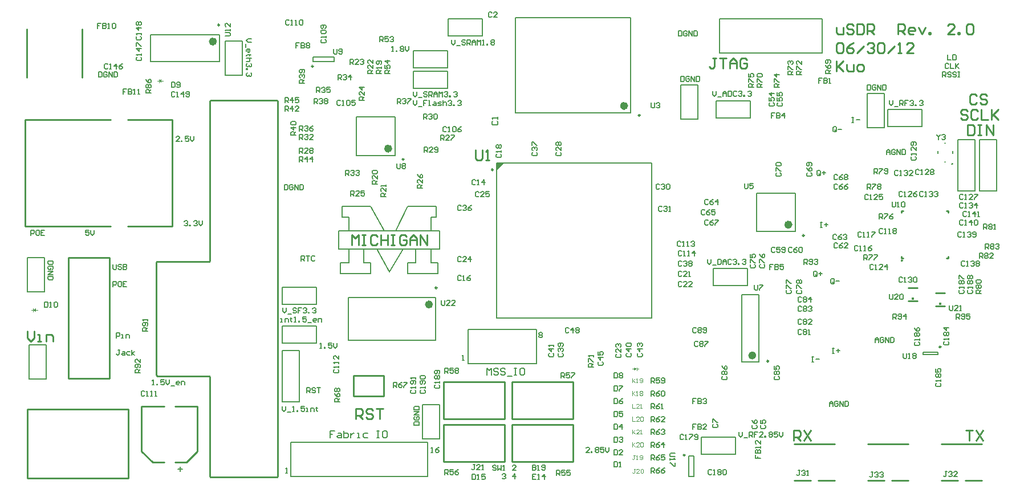
<source format=gto>
%FSLAX25Y25*%
%MOIN*%
G70*
G01*
G75*
G04 Layer_Color=65535*
%ADD10C,0.01000*%
%ADD11R,0.02362X0.01969*%
%ADD12R,0.01969X0.02362*%
%ADD13R,0.04331X0.05512*%
%ADD14R,0.05118X0.02165*%
%ADD15R,0.03150X0.03543*%
%ADD16R,0.02362X0.09843*%
%ADD17R,0.07874X0.21654*%
%ADD18O,0.02362X0.08465*%
%ADD19R,0.03543X0.03150*%
%ADD20R,0.03937X0.04724*%
%ADD21R,0.02165X0.05118*%
%ADD22O,0.06496X0.01181*%
%ADD23O,0.01181X0.06496*%
%ADD24R,0.08858X0.01969*%
%ADD25R,0.15748X0.08071*%
%ADD26R,0.05512X0.04331*%
%ADD27R,0.01575X0.03347*%
%ADD28C,0.01969*%
%ADD29O,0.06693X0.01181*%
%ADD30R,0.01772X0.08268*%
%ADD31O,0.01772X0.08268*%
%ADD32O,0.07087X0.01378*%
%ADD33R,0.01181X0.02953*%
%ADD34R,0.01181X0.03347*%
%ADD35R,0.02953X0.01181*%
%ADD36R,0.03347X0.01181*%
%ADD37R,0.21260X0.21260*%
%ADD38R,0.11024X0.03937*%
%ADD39R,0.03150X0.01181*%
%ADD40R,0.04921X0.15748*%
%ADD41C,0.00500*%
%ADD42C,0.00800*%
%ADD43C,0.01200*%
%ADD44C,0.01190*%
%ADD45C,0.01600*%
%ADD46C,0.02500*%
%ADD47C,0.03000*%
%ADD48C,0.02000*%
%ADD49C,0.01500*%
%ADD50C,0.05906*%
%ADD51R,0.05906X0.05906*%
%ADD52R,0.08661X0.08661*%
%ADD53C,0.04921*%
%ADD54C,0.06299*%
%ADD55C,0.06614*%
%ADD56R,0.05906X0.05906*%
%ADD57C,0.08661*%
%ADD58C,0.05709*%
%ADD59C,0.02000*%
%ADD60C,0.01600*%
%ADD61C,0.03200*%
%ADD62C,0.02600*%
%ADD63C,0.02400*%
%ADD64C,0.15000*%
%ADD65C,0.01800*%
%ADD66C,0.02200*%
%ADD67C,0.03600*%
%ADD68C,0.03000*%
%ADD69C,0.02900*%
%ADD70C,0.00600*%
%ADD71R,0.05900X0.12900*%
%ADD72R,0.05900X0.03900*%
%ADD73R,0.20000X0.20000*%
%ADD74R,0.15590X0.15590*%
%ADD75R,0.05906X0.02362*%
%ADD76R,0.03543X0.02756*%
%ADD77R,0.10236X0.04331*%
%ADD78R,0.07874X0.07087*%
%ADD79R,0.07480X0.09449*%
%ADD80C,0.01181*%
%ADD81R,0.02362X0.05906*%
%ADD82R,0.04331X0.02165*%
%ADD83O,0.08661X0.02362*%
%ADD84R,0.09843X0.17716*%
%ADD85C,0.04000*%
%ADD86C,0.01800*%
%ADD87C,0.05000*%
%ADD88C,0.00984*%
%ADD89C,0.02362*%
%ADD90C,0.00197*%
%ADD91C,0.00787*%
%ADD92C,0.00400*%
%ADD93R,0.01575X0.01181*%
G36*
X6738Y99324D02*
X5262Y100308D01*
X6738Y101292D01*
Y99324D01*
D02*
G37*
G36*
X358138Y65792D02*
X356662Y64808D01*
Y66776D01*
X358138Y65792D01*
D02*
G37*
G36*
X80200Y233416D02*
X78724Y234400D01*
X80200Y235384D01*
Y233416D01*
D02*
G37*
G36*
X276224Y182339D02*
Y186276D01*
X280161D01*
X276224Y182339D01*
D02*
G37*
D10*
X542634Y185807D02*
G03*
X542634Y185807I-197J0D01*
G01*
X513524Y129228D02*
G03*
X513524Y129228I-311J0D01*
G01*
X148059Y2890D02*
Y222614D01*
X147587Y223087D02*
X148059Y222614D01*
X109240Y223087D02*
X147587D01*
X147784Y2614D02*
X148059Y2890D01*
X108886Y2614D02*
X147784D01*
X108689Y2811D02*
Y61118D01*
Y2811D02*
X108886Y2614D01*
X108138Y61669D02*
X108689Y61118D01*
X77744Y61669D02*
X108138D01*
X77193Y62221D02*
Y128126D01*
Y62221D02*
X77744Y61669D01*
X77193Y128126D02*
X77665Y128598D01*
X108295D01*
X108689Y128992D02*
Y222535D01*
X108295Y128598D02*
X108689Y128992D01*
Y222535D02*
X109240Y223087D01*
X550067Y650D02*
X559811D01*
X536189D02*
X546032D01*
X536189Y21811D02*
X559811D01*
X507067Y650D02*
X516811D01*
X493189D02*
X503031D01*
X493189Y21811D02*
X516811D01*
X464067Y650D02*
X473811D01*
X450189D02*
X460032D01*
X450189Y21811D02*
X473811D01*
X1394Y236228D02*
Y264772D01*
X33874Y236228D02*
Y264772D01*
X1874Y1878D02*
X44000D01*
X1874D02*
Y42429D01*
X60929D01*
Y1878D02*
Y42429D01*
X44000Y1878D02*
X60929D01*
X49808Y60252D02*
Y130882D01*
X25792Y60252D02*
Y130882D01*
X49808D01*
X25792Y60252D02*
X49808D01*
X512720Y130720D02*
X513705D01*
X512720D02*
Y131705D01*
X539295Y130720D02*
X540279D01*
Y131705D01*
Y157295D02*
Y158280D01*
X512720Y157295D02*
Y158280D01*
X513705D01*
X539295D02*
X540279D01*
X245284Y36673D02*
X249614D01*
X245284D02*
Y58327D01*
X280716D02*
X280815Y58228D01*
X276386Y58327D02*
X280716D01*
X276386Y36673D02*
X280815D01*
Y58228D01*
X245284Y58327D02*
X249614D01*
X276386D01*
X249614Y36673D02*
X276386D01*
X285283D02*
X289614D01*
X285283D02*
Y58327D01*
X320717D02*
X320815Y58228D01*
X316386Y58327D02*
X320717D01*
X316386Y36673D02*
X320815D01*
Y58228D01*
X285283Y58327D02*
X289614D01*
X316386D01*
X289614Y36673D02*
X316386D01*
X276386Y33327D02*
X280716D01*
Y11673D02*
Y33327D01*
X245185Y11772D02*
X245284Y11673D01*
X249614D01*
X245185Y33327D02*
X249614D01*
X245185Y11772D02*
Y33327D01*
X276386Y11673D02*
X280716D01*
X249614D02*
X276386D01*
X249614Y33327D02*
X276386D01*
X316386D02*
X320717D01*
Y11673D02*
Y33327D01*
X285185Y11772D02*
X285283Y11673D01*
X289614D01*
X285185Y33327D02*
X289614D01*
X285185Y11772D02*
Y33327D01*
X316386Y11673D02*
X320717D01*
X289614D02*
X316386D01*
X289614Y33327D02*
X316386D01*
X192642Y50094D02*
Y61905D01*
Y50094D02*
X210358D01*
X192642Y61905D02*
X210358D01*
Y50094D02*
Y61905D01*
X516941Y105563D02*
X522059D01*
X516941Y113437D02*
X522059D01*
X532941Y102563D02*
X538059D01*
X532941Y110437D02*
X538059D01*
X88150Y11161D02*
X94842D01*
X101339Y17658D01*
Y43839D01*
X75157Y11161D02*
X81850D01*
X68661Y17658D02*
Y43839D01*
Y17658D02*
X75157Y11161D01*
X88150Y43839D02*
X101339D01*
X68661D02*
X81850D01*
X626Y149240D02*
X50587D01*
X60508D02*
X86610D01*
X626Y211760D02*
X50587D01*
X60508D02*
X86610D01*
X626Y149240D02*
Y211760D01*
X86610Y149240D02*
Y211760D01*
X264000Y193998D02*
Y189000D01*
X265000Y188000D01*
X266999D01*
X267999Y189000D01*
Y193998D01*
X269998Y188000D02*
X271997D01*
X270998D01*
Y193998D01*
X269998Y192998D01*
X475000Y255498D02*
X476000Y256498D01*
X477999D01*
X478999Y255498D01*
Y251500D01*
X477999Y250500D01*
X476000D01*
X475000Y251500D01*
Y255498D01*
X484997Y256498D02*
X482997Y255498D01*
X480998Y253499D01*
Y251500D01*
X481998Y250500D01*
X483997D01*
X484997Y251500D01*
Y252499D01*
X483997Y253499D01*
X480998D01*
X486996Y250500D02*
X490995Y254499D01*
X492994Y255498D02*
X493994Y256498D01*
X495993D01*
X496993Y255498D01*
Y254499D01*
X495993Y253499D01*
X494993D01*
X495993D01*
X496993Y252499D01*
Y251500D01*
X495993Y250500D01*
X493994D01*
X492994Y251500D01*
X498992Y255498D02*
X499992Y256498D01*
X501991D01*
X502991Y255498D01*
Y251500D01*
X501991Y250500D01*
X499992D01*
X498992Y251500D01*
Y255498D01*
X504990Y250500D02*
X508989Y254499D01*
X510988Y250500D02*
X512988D01*
X511988D01*
Y256498D01*
X510988Y255498D01*
X519985Y250500D02*
X515987D01*
X519985Y254499D01*
Y255498D01*
X518986Y256498D01*
X516986D01*
X515987Y255498D01*
X475000Y265499D02*
Y262500D01*
X476000Y261500D01*
X478999D01*
Y265499D01*
X484997Y266498D02*
X483997Y267498D01*
X481998D01*
X480998Y266498D01*
Y265499D01*
X481998Y264499D01*
X483997D01*
X484997Y263499D01*
Y262500D01*
X483997Y261500D01*
X481998D01*
X480998Y262500D01*
X486996Y267498D02*
Y261500D01*
X489995D01*
X490995Y262500D01*
Y266498D01*
X489995Y267498D01*
X486996D01*
X492994Y261500D02*
Y267498D01*
X495993D01*
X496993Y266498D01*
Y264499D01*
X495993Y263499D01*
X492994D01*
X494993D02*
X496993Y261500D01*
X510988D02*
Y267498D01*
X513987D01*
X514987Y266498D01*
Y264499D01*
X513987Y263499D01*
X510988D01*
X512988D02*
X514987Y261500D01*
X519985D02*
X517986D01*
X516986Y262500D01*
Y264499D01*
X517986Y265499D01*
X519985D01*
X520985Y264499D01*
Y263499D01*
X516986D01*
X522985Y265499D02*
X524984Y261500D01*
X526983Y265499D01*
X528982Y261500D02*
Y262500D01*
X529982D01*
Y261500D01*
X528982D01*
X543978D02*
X539979D01*
X543978Y265499D01*
Y266498D01*
X542978Y267498D01*
X540979D01*
X539979Y266498D01*
X545977Y261500D02*
Y262500D01*
X546977D01*
Y261500D01*
X545977D01*
X550975Y266498D02*
X551975Y267498D01*
X553974D01*
X554974Y266498D01*
Y262500D01*
X553974Y261500D01*
X551975D01*
X550975Y262500D01*
Y266498D01*
X450000Y24000D02*
Y29998D01*
X452999D01*
X453999Y28998D01*
Y26999D01*
X452999Y25999D01*
X450000D01*
X451999D02*
X453999Y24000D01*
X455998Y29998D02*
X459997Y24000D01*
Y29998D02*
X455998Y24000D01*
X550500Y29998D02*
X554499D01*
X552499D01*
Y24000D01*
X556498Y29998D02*
X560497Y24000D01*
Y29998D02*
X556498Y24000D01*
X551500Y208498D02*
Y202500D01*
X554499D01*
X555499Y203500D01*
Y207498D01*
X554499Y208498D01*
X551500D01*
X557498D02*
X559497D01*
X558498D01*
Y202500D01*
X557498D01*
X559497D01*
X562496D02*
Y208498D01*
X566495Y202500D01*
Y208498D01*
X551499Y216498D02*
X550499Y217498D01*
X548500D01*
X547500Y216498D01*
Y215499D01*
X548500Y214499D01*
X550499D01*
X551499Y213499D01*
Y212500D01*
X550499Y211500D01*
X548500D01*
X547500Y212500D01*
X557497Y216498D02*
X556497Y217498D01*
X554498D01*
X553498Y216498D01*
Y212500D01*
X554498Y211500D01*
X556497D01*
X557497Y212500D01*
X559496Y217498D02*
Y211500D01*
X563495D01*
X565494Y217498D02*
Y211500D01*
Y213499D01*
X569493Y217498D01*
X566494Y214499D01*
X569493Y211500D01*
X556999Y225498D02*
X555999Y226498D01*
X554000D01*
X553000Y225498D01*
Y221500D01*
X554000Y220500D01*
X555999D01*
X556999Y221500D01*
X562997Y225498D02*
X561997Y226498D01*
X559998D01*
X558998Y225498D01*
Y224499D01*
X559998Y223499D01*
X561997D01*
X562997Y222499D01*
Y221500D01*
X561997Y220500D01*
X559998D01*
X558998Y221500D01*
X404499Y247498D02*
X402499D01*
X403499D01*
Y242500D01*
X402499Y241500D01*
X401500D01*
X400500Y242500D01*
X406498Y247498D02*
X410497D01*
X408497D01*
Y241500D01*
X412496D02*
Y245499D01*
X414496Y247498D01*
X416495Y245499D01*
Y241500D01*
Y244499D01*
X412496D01*
X422493Y246498D02*
X421493Y247498D01*
X419494D01*
X418494Y246498D01*
Y242500D01*
X419494Y241500D01*
X421493D01*
X422493Y242500D01*
Y244499D01*
X420494D01*
X1900Y87798D02*
Y83799D01*
X3899Y81800D01*
X5899Y83799D01*
Y87798D01*
X7898Y81800D02*
X9897D01*
X8898D01*
Y85799D01*
X7898D01*
X12896Y81800D02*
Y85799D01*
X15895D01*
X16895Y84799D01*
Y81800D01*
X194000Y36500D02*
Y42498D01*
X196999D01*
X197999Y41498D01*
Y39499D01*
X196999Y38499D01*
X194000D01*
X195999D02*
X197999Y36500D01*
X203997Y41498D02*
X202997Y42498D01*
X200998D01*
X199998Y41498D01*
Y40499D01*
X200998Y39499D01*
X202997D01*
X203997Y38499D01*
Y37500D01*
X202997Y36500D01*
X200998D01*
X199998Y37500D01*
X205996Y42498D02*
X209995D01*
X207996D01*
Y36500D01*
X191700Y138400D02*
Y144398D01*
X193699Y142399D01*
X195699Y144398D01*
Y138400D01*
X197698Y144398D02*
X199697D01*
X198698D01*
Y138400D01*
X197698D01*
X199697D01*
X206695Y143398D02*
X205696Y144398D01*
X203696D01*
X202696Y143398D01*
Y139400D01*
X203696Y138400D01*
X205696D01*
X206695Y139400D01*
X208695Y144398D02*
Y138400D01*
Y141399D01*
X212693D01*
Y144398D01*
Y138400D01*
X214693Y144398D02*
X216692D01*
X215692D01*
Y138400D01*
X214693D01*
X216692D01*
X223690Y143398D02*
X222690Y144398D01*
X220691D01*
X219691Y143398D01*
Y139400D01*
X220691Y138400D01*
X222690D01*
X223690Y139400D01*
Y141399D01*
X221690D01*
X225689Y138400D02*
Y142399D01*
X227688Y144398D01*
X229688Y142399D01*
Y138400D01*
Y141399D01*
X225689D01*
X231687Y138400D02*
Y144398D01*
X235686Y138400D01*
Y144398D01*
X475000Y245998D02*
Y240000D01*
Y241999D01*
X478999Y245998D01*
X476000Y242999D01*
X478999Y240000D01*
X480998Y243999D02*
Y241000D01*
X481998Y240000D01*
X484997D01*
Y243999D01*
X487996Y240000D02*
X489995D01*
X490995Y241000D01*
Y242999D01*
X489995Y243999D01*
X487996D01*
X486996Y242999D01*
Y241000D01*
X487996Y240000D01*
D41*
X534169Y191811D02*
Y193189D01*
X542732Y191811D02*
Y193189D01*
X538303Y186988D02*
X538697D01*
X538303Y198110D02*
X538697D01*
X404500Y212500D02*
Y222500D01*
X424500Y212500D02*
Y222500D01*
X404500D02*
X424500D01*
X404500Y212500D02*
X424500D01*
X403000Y114500D02*
Y124500D01*
X423000Y114500D02*
Y124500D01*
X403000D02*
X423000D01*
X403000Y114500D02*
X423000D01*
X151000Y103500D02*
Y113500D01*
X171000Y103500D02*
Y113500D01*
X151000D02*
X171000D01*
X151000Y103500D02*
X171000D01*
X117500Y237500D02*
X127500D01*
X117500Y257500D02*
X127500D01*
X117500Y237500D02*
Y257500D01*
X127500Y237500D02*
Y257500D01*
X227500Y242000D02*
Y252000D01*
X247500Y242000D02*
Y252000D01*
X227500D02*
X247500D01*
X227500Y242000D02*
X247500D01*
X248000Y260500D02*
Y270500D01*
X268000Y260500D02*
Y270500D01*
X248000D02*
X268000D01*
X248000Y260500D02*
X268000D01*
X227500Y230000D02*
Y240000D01*
X247500Y230000D02*
Y240000D01*
X227500D02*
X247500D01*
X227500Y230000D02*
X247500D01*
X493000Y207000D02*
X503000D01*
X493000Y227000D02*
X503000D01*
X493000Y207000D02*
Y227000D01*
X503000Y207000D02*
Y227000D01*
X384000Y212000D02*
X394000D01*
X384000Y232000D02*
X394000D01*
X384000Y212000D02*
Y232000D01*
X394000Y212000D02*
Y232000D01*
X233000Y45000D02*
X243000D01*
X233000Y25000D02*
X243000D01*
Y45000D01*
X233000Y25000D02*
Y45000D01*
X2000Y111000D02*
X12000D01*
X2000Y131000D02*
X12000D01*
X2000Y111000D02*
Y131000D01*
X12000Y111000D02*
Y131000D01*
X161000Y46500D02*
Y76500D01*
X151000Y46500D02*
Y76500D01*
X161000D01*
X151000Y46500D02*
X161000D01*
X171000Y81000D02*
Y91000D01*
X151000Y81000D02*
Y91000D01*
Y81000D02*
X171000D01*
X151000Y91000D02*
X171000D01*
X3000Y80000D02*
X13000D01*
X3000Y60000D02*
X13000D01*
Y80000D01*
X3000Y60000D02*
Y80000D01*
X568500Y170000D02*
Y200000D01*
X558500Y170000D02*
Y200000D01*
X568500D01*
X558500Y170000D02*
X568500D01*
X556000D02*
Y200000D01*
X546000Y170000D02*
Y200000D01*
X556000D01*
X546000Y170000D02*
X556000D01*
X505000Y207500D02*
Y217500D01*
X525000Y207500D02*
Y217500D01*
X505000D02*
X525000D01*
X505000Y207500D02*
X525000D01*
X396000Y16000D02*
Y26000D01*
X416000Y16000D02*
Y26000D01*
X396000D02*
X416000D01*
X396000Y16000D02*
X416000D01*
X406500Y250500D02*
X466500D01*
X406500D02*
Y270500D01*
X466500D01*
Y250500D02*
Y270500D01*
X156000Y3000D02*
X236000D01*
X156000Y23000D02*
X236000D01*
Y3000D02*
Y23000D01*
X156000Y3000D02*
Y23000D01*
X259400Y68800D02*
X299400D01*
X259400Y88800D02*
X299400D01*
Y68800D02*
Y88800D01*
X259400Y68800D02*
Y88800D01*
X559500Y110000D02*
X556501D01*
Y111500D01*
X557001Y111999D01*
X558001D01*
X558500Y111500D01*
Y110000D01*
Y111000D02*
X559500Y111999D01*
X557001Y112999D02*
X556501Y113499D01*
Y114499D01*
X557001Y114998D01*
X557501D01*
X558001Y114499D01*
X558500Y114998D01*
X559000D01*
X559500Y114499D01*
Y113499D01*
X559000Y112999D01*
X558500D01*
X558001Y113499D01*
X557501Y112999D01*
X557001D01*
X558001Y113499D02*
Y114499D01*
X557001Y115998D02*
X556501Y116498D01*
Y117498D01*
X557001Y117997D01*
X559000D01*
X559500Y117498D01*
Y116498D01*
X559000Y115998D01*
X557001D01*
X500000Y153500D02*
Y156499D01*
X501500D01*
X501999Y155999D01*
Y154999D01*
X501500Y154500D01*
X500000D01*
X501000D02*
X501999Y153500D01*
X502999Y156499D02*
X504998D01*
Y155999D01*
X502999Y154000D01*
Y153500D01*
X507997Y156499D02*
X506998Y155999D01*
X505998Y154999D01*
Y154000D01*
X506498Y153500D01*
X507498D01*
X507997Y154000D01*
Y154500D01*
X507498Y154999D01*
X505998D01*
X366500Y12500D02*
Y15499D01*
X368000D01*
X368499Y14999D01*
Y13999D01*
X368000Y13500D01*
X366500D01*
X367500D02*
X368499Y12500D01*
X371498Y15499D02*
X370499Y14999D01*
X369499Y13999D01*
Y13000D01*
X369999Y12500D01*
X370999D01*
X371498Y13000D01*
Y13500D01*
X370999Y13999D01*
X369499D01*
X374497Y15499D02*
X372498D01*
Y13999D01*
X373498Y14499D01*
X373998D01*
X374497Y13999D01*
Y13000D01*
X373998Y12500D01*
X372998D01*
X372498Y13000D01*
X366500Y20000D02*
Y22999D01*
X368000D01*
X368499Y22499D01*
Y21499D01*
X368000Y21000D01*
X366500D01*
X367500D02*
X368499Y20000D01*
X371498Y22999D02*
X370499Y22499D01*
X369499Y21499D01*
Y20500D01*
X369999Y20000D01*
X370999D01*
X371498Y20500D01*
Y21000D01*
X370999Y21499D01*
X369499D01*
X373998Y20000D02*
Y22999D01*
X372498Y21499D01*
X374497D01*
X366500Y27500D02*
Y30499D01*
X368000D01*
X368499Y29999D01*
Y29000D01*
X368000Y28500D01*
X366500D01*
X367500D02*
X368499Y27500D01*
X371498Y30499D02*
X370499Y29999D01*
X369499Y29000D01*
Y28000D01*
X369999Y27500D01*
X370999D01*
X371498Y28000D01*
Y28500D01*
X370999Y29000D01*
X369499D01*
X372498Y29999D02*
X372998Y30499D01*
X373998D01*
X374497Y29999D01*
Y29499D01*
X373998Y29000D01*
X373498D01*
X373998D01*
X374497Y28500D01*
Y28000D01*
X373998Y27500D01*
X372998D01*
X372498Y28000D01*
X366500Y35000D02*
Y37999D01*
X368000D01*
X368499Y37499D01*
Y36500D01*
X368000Y36000D01*
X366500D01*
X367500D02*
X368499Y35000D01*
X371498Y37999D02*
X370499Y37499D01*
X369499Y36500D01*
Y35500D01*
X369999Y35000D01*
X370999D01*
X371498Y35500D01*
Y36000D01*
X370999Y36500D01*
X369499D01*
X374497Y35000D02*
X372498D01*
X374497Y36999D01*
Y37499D01*
X373998Y37999D01*
X372998D01*
X372498Y37499D01*
X366500Y42500D02*
Y45499D01*
X368000D01*
X368499Y44999D01*
Y43999D01*
X368000Y43500D01*
X366500D01*
X367500D02*
X368499Y42500D01*
X371498Y45499D02*
X370499Y44999D01*
X369499Y43999D01*
Y43000D01*
X369999Y42500D01*
X370999D01*
X371498Y43000D01*
Y43500D01*
X370999Y43999D01*
X369499D01*
X372498Y42500D02*
X373498D01*
X372998D01*
Y45499D01*
X372498Y44999D01*
X366500Y50000D02*
Y52999D01*
X368000D01*
X368499Y52499D01*
Y51499D01*
X368000Y51000D01*
X366500D01*
X367500D02*
X368499Y50000D01*
X371498Y52999D02*
X370499Y52499D01*
X369499Y51499D01*
Y50500D01*
X369999Y50000D01*
X370999D01*
X371498Y50500D01*
Y51000D01*
X370999Y51499D01*
X369499D01*
X372498Y52499D02*
X372998Y52999D01*
X373998D01*
X374497Y52499D01*
Y50500D01*
X373998Y50000D01*
X372998D01*
X372498Y50500D01*
Y52499D01*
X366500Y57500D02*
Y60499D01*
X368000D01*
X368499Y59999D01*
Y59000D01*
X368000Y58500D01*
X366500D01*
X367500D02*
X368499Y57500D01*
X371498Y60499D02*
X369499D01*
Y59000D01*
X370499Y59499D01*
X370999D01*
X371498Y59000D01*
Y58000D01*
X370999Y57500D01*
X369999D01*
X369499Y58000D01*
X372498D02*
X372998Y57500D01*
X373998D01*
X374497Y58000D01*
Y59999D01*
X373998Y60499D01*
X372998D01*
X372498Y59999D01*
Y59499D01*
X372998Y59000D01*
X374497D01*
X246000Y63300D02*
Y66299D01*
X247499D01*
X247999Y65799D01*
Y64799D01*
X247499Y64300D01*
X246000D01*
X247000D02*
X247999Y63300D01*
X250998Y66299D02*
X248999D01*
Y64799D01*
X249999Y65299D01*
X250499D01*
X250998Y64799D01*
Y63800D01*
X250499Y63300D01*
X249499D01*
X248999Y63800D01*
X251998Y65799D02*
X252498Y66299D01*
X253498D01*
X253997Y65799D01*
Y65299D01*
X253498Y64799D01*
X253997Y64300D01*
Y63800D01*
X253498Y63300D01*
X252498D01*
X251998Y63800D01*
Y64300D01*
X252498Y64799D01*
X251998Y65299D01*
Y65799D01*
X252498Y64799D02*
X253498D01*
X160999Y256499D02*
X159000D01*
Y254999D01*
X160000D01*
X159000D01*
Y253500D01*
X161999Y256499D02*
Y253500D01*
X163499D01*
X163998Y254000D01*
Y254500D01*
X163499Y254999D01*
X161999D01*
X163499D01*
X163998Y255499D01*
Y255999D01*
X163499Y256499D01*
X161999D01*
X164998Y255999D02*
X165498Y256499D01*
X166498D01*
X166997Y255999D01*
Y255499D01*
X166498Y254999D01*
X166997Y254500D01*
Y254000D01*
X166498Y253500D01*
X165498D01*
X164998Y254000D01*
Y254500D01*
X165498Y254999D01*
X164998Y255499D01*
Y255999D01*
X165498Y254999D02*
X166498D01*
X437999Y126999D02*
X436000D01*
Y125499D01*
X437000D01*
X436000D01*
Y124000D01*
X438999Y126999D02*
Y124000D01*
X440498D01*
X440998Y124500D01*
Y125000D01*
X440498Y125499D01*
X438999D01*
X440498D01*
X440998Y125999D01*
Y126499D01*
X440498Y126999D01*
X438999D01*
X443997D02*
X441998D01*
Y125499D01*
X442998Y125999D01*
X443498D01*
X443997Y125499D01*
Y124500D01*
X443498Y124000D01*
X442498D01*
X441998Y124500D01*
X244000Y105999D02*
Y103500D01*
X244500Y103000D01*
X245499D01*
X245999Y103500D01*
Y105999D01*
X248998Y103000D02*
X246999D01*
X248998Y104999D01*
Y105499D01*
X248499Y105999D01*
X247499D01*
X246999Y105499D01*
X251997Y103000D02*
X249998D01*
X251997Y104999D01*
Y105499D01*
X251498Y105999D01*
X250498D01*
X249998Y105499D01*
X541000Y102999D02*
Y100500D01*
X541500Y100000D01*
X542499D01*
X542999Y100500D01*
Y102999D01*
X545998Y100000D02*
X543999D01*
X545998Y101999D01*
Y102499D01*
X545499Y102999D01*
X544499D01*
X543999Y102499D01*
X546998Y100000D02*
X547998D01*
X547498D01*
Y102999D01*
X546998Y102499D01*
X506000Y109499D02*
Y107000D01*
X506500Y106500D01*
X507500D01*
X507999Y107000D01*
Y109499D01*
X510998Y106500D02*
X508999D01*
X510998Y108499D01*
Y108999D01*
X510499Y109499D01*
X509499D01*
X508999Y108999D01*
X511998D02*
X512498Y109499D01*
X513498D01*
X513997Y108999D01*
Y107000D01*
X513498Y106500D01*
X512498D01*
X511998Y107000D01*
Y108999D01*
X181000Y252999D02*
Y250500D01*
X181500Y250000D01*
X182500D01*
X182999Y250500D01*
Y252999D01*
X183999Y250500D02*
X184499Y250000D01*
X185499D01*
X185998Y250500D01*
Y252499D01*
X185499Y252999D01*
X184499D01*
X183999Y252499D01*
Y251999D01*
X184499Y251500D01*
X185998D01*
X545000Y95000D02*
Y97999D01*
X546499D01*
X546999Y97499D01*
Y96500D01*
X546499Y96000D01*
X545000D01*
X546000D02*
X546999Y95000D01*
X547999Y95500D02*
X548499Y95000D01*
X549499D01*
X549998Y95500D01*
Y97499D01*
X549499Y97999D01*
X548499D01*
X547999Y97499D01*
Y96999D01*
X548499Y96500D01*
X549998D01*
X552997Y97999D02*
X550998D01*
Y96500D01*
X551998Y96999D01*
X552498D01*
X552997Y96500D01*
Y95500D01*
X552498Y95000D01*
X551498D01*
X550998Y95500D01*
X508000Y95000D02*
Y97999D01*
X509500D01*
X509999Y97499D01*
Y96500D01*
X509500Y96000D01*
X508000D01*
X509000D02*
X509999Y95000D01*
X510999Y95500D02*
X511499Y95000D01*
X512499D01*
X512998Y95500D01*
Y97499D01*
X512499Y97999D01*
X511499D01*
X510999Y97499D01*
Y96999D01*
X511499Y96500D01*
X512998D01*
X515498Y95000D02*
Y97999D01*
X513998Y96500D01*
X515997D01*
X68000Y63500D02*
X65001D01*
Y65000D01*
X65501Y65499D01*
X66501D01*
X67000Y65000D01*
Y63500D01*
Y64500D02*
X68000Y65499D01*
X67500Y66499D02*
X68000Y66999D01*
Y67999D01*
X67500Y68498D01*
X65501D01*
X65001Y67999D01*
Y66999D01*
X65501Y66499D01*
X66001D01*
X66501Y66999D01*
Y68498D01*
X68000Y71497D02*
Y69498D01*
X66001Y71497D01*
X65501D01*
X65001Y70998D01*
Y69998D01*
X65501Y69498D01*
X72300Y88100D02*
X69301D01*
Y89600D01*
X69801Y90099D01*
X70801D01*
X71300Y89600D01*
Y88100D01*
Y89100D02*
X72300Y90099D01*
X71800Y91099D02*
X72300Y91599D01*
Y92599D01*
X71800Y93098D01*
X69801D01*
X69301Y92599D01*
Y91599D01*
X69801Y91099D01*
X70301D01*
X70801Y91599D01*
Y93098D01*
X72300Y94098D02*
Y95098D01*
Y94598D01*
X69301D01*
X69801Y94098D01*
X496299Y5599D02*
X495300D01*
X495799D01*
Y3100D01*
X495300Y2600D01*
X494800D01*
X494300Y3100D01*
X497299Y5099D02*
X497799Y5599D01*
X498799D01*
X499298Y5099D01*
Y4599D01*
X498799Y4100D01*
X498299D01*
X498799D01*
X499298Y3600D01*
Y3100D01*
X498799Y2600D01*
X497799D01*
X497299Y3100D01*
X500298Y5099D02*
X500798Y5599D01*
X501798D01*
X502297Y5099D01*
Y4599D01*
X501798Y4100D01*
X501298D01*
X501798D01*
X502297Y3600D01*
Y3100D01*
X501798Y2600D01*
X500798D01*
X500298Y3100D01*
X539499Y5799D02*
X538500D01*
X539000D01*
Y3300D01*
X538500Y2800D01*
X538000D01*
X537500Y3300D01*
X540499Y5299D02*
X540999Y5799D01*
X541998D01*
X542498Y5299D01*
Y4799D01*
X541998Y4299D01*
X541499D01*
X541998D01*
X542498Y3800D01*
Y3300D01*
X541998Y2800D01*
X540999D01*
X540499Y3300D01*
X545497Y2800D02*
X543498D01*
X545497Y4799D01*
Y5299D01*
X544998Y5799D01*
X543998D01*
X543498Y5299D01*
X453699Y6499D02*
X452700D01*
X453199D01*
Y4000D01*
X452700Y3500D01*
X452200D01*
X451700Y4000D01*
X454699Y5999D02*
X455199Y6499D01*
X456199D01*
X456698Y5999D01*
Y5499D01*
X456199Y5000D01*
X455699D01*
X456199D01*
X456698Y4500D01*
Y4000D01*
X456199Y3500D01*
X455199D01*
X454699Y4000D01*
X457698Y3500D02*
X458698D01*
X458198D01*
Y6499D01*
X457698Y5999D01*
X438999Y215499D02*
X437000D01*
Y214000D01*
X438000D01*
X437000D01*
Y212500D01*
X439999Y215499D02*
Y212500D01*
X441499D01*
X441998Y213000D01*
Y213500D01*
X441499Y214000D01*
X439999D01*
X441499D01*
X441998Y214499D01*
Y214999D01*
X441499Y215499D01*
X439999D01*
X444498Y212500D02*
Y215499D01*
X442998Y214000D01*
X444997D01*
X12000Y104999D02*
Y102000D01*
X13499D01*
X13999Y102500D01*
Y104499D01*
X13499Y104999D01*
X12000D01*
X14999Y102000D02*
X15999D01*
X15499D01*
Y104999D01*
X14999Y104499D01*
X17498D02*
X17998Y104999D01*
X18998D01*
X19498Y104499D01*
Y102500D01*
X18998Y102000D01*
X17998D01*
X17498Y102500D01*
Y104499D01*
X226501Y53499D02*
X226001Y53000D01*
Y52000D01*
X226501Y51500D01*
X228500D01*
X229000Y52000D01*
Y53000D01*
X228500Y53499D01*
X229000Y54499D02*
Y55499D01*
Y54999D01*
X226001D01*
X226501Y54499D01*
X228500Y56998D02*
X229000Y57498D01*
Y58498D01*
X228500Y58998D01*
X226501D01*
X226001Y58498D01*
Y57498D01*
X226501Y56998D01*
X227001D01*
X227501Y57498D01*
Y58998D01*
X229000Y59997D02*
Y60997D01*
Y60497D01*
X226001D01*
X226501Y59997D01*
X232001Y53499D02*
X231501Y53000D01*
Y52000D01*
X232001Y51500D01*
X234000D01*
X234500Y52000D01*
Y53000D01*
X234000Y53499D01*
X234500Y54499D02*
Y55499D01*
Y54999D01*
X231501D01*
X232001Y54499D01*
X234000Y56998D02*
X234500Y57498D01*
Y58498D01*
X234000Y58998D01*
X232001D01*
X231501Y58498D01*
Y57498D01*
X232001Y56998D01*
X232501D01*
X233000Y57498D01*
Y58998D01*
X232001Y59997D02*
X231501Y60497D01*
Y61497D01*
X232001Y61997D01*
X234000D01*
X234500Y61497D01*
Y60497D01*
X234000Y59997D01*
X232001D01*
X552001Y111999D02*
X551501Y111500D01*
Y110500D01*
X552001Y110000D01*
X554000D01*
X554500Y110500D01*
Y111500D01*
X554000Y111999D01*
X554500Y112999D02*
Y113999D01*
Y113499D01*
X551501D01*
X552001Y112999D01*
Y115498D02*
X551501Y115998D01*
Y116998D01*
X552001Y117498D01*
X552501D01*
X553000Y116998D01*
X553500Y117498D01*
X554000D01*
X554500Y116998D01*
Y115998D01*
X554000Y115498D01*
X553500D01*
X553000Y115998D01*
X552501Y115498D01*
X552001D01*
X553000Y115998D02*
Y116998D01*
X552001Y118497D02*
X551501Y118997D01*
Y119997D01*
X552001Y120497D01*
X552501D01*
X553000Y119997D01*
X553500Y120497D01*
X554000D01*
X554500Y119997D01*
Y118997D01*
X554000Y118497D01*
X553500D01*
X553000Y118997D01*
X552501Y118497D01*
X552001D01*
X553000Y118997D02*
Y119997D01*
X547001Y111999D02*
X546501Y111500D01*
Y110500D01*
X547001Y110000D01*
X549000D01*
X549500Y110500D01*
Y111500D01*
X549000Y111999D01*
X549500Y112999D02*
Y113999D01*
Y113499D01*
X546501D01*
X547001Y112999D01*
Y115498D02*
X546501Y115998D01*
Y116998D01*
X547001Y117498D01*
X547501D01*
X548000Y116998D01*
X548500Y117498D01*
X549000D01*
X549500Y116998D01*
Y115998D01*
X549000Y115498D01*
X548500D01*
X548000Y115998D01*
X547501Y115498D01*
X547001D01*
X548000Y115998D02*
Y116998D01*
X546501Y118497D02*
Y120497D01*
X547001D01*
X549000Y118497D01*
X549500D01*
X521001Y81499D02*
X520501Y80999D01*
Y80000D01*
X521001Y79500D01*
X523000D01*
X523500Y80000D01*
Y80999D01*
X523000Y81499D01*
X523500Y82499D02*
Y83499D01*
Y82999D01*
X520501D01*
X521001Y82499D01*
Y84998D02*
X520501Y85498D01*
Y86498D01*
X521001Y86998D01*
X521501D01*
X522001Y86498D01*
X522500Y86998D01*
X523000D01*
X523500Y86498D01*
Y85498D01*
X523000Y84998D01*
X522500D01*
X522001Y85498D01*
X521501Y84998D01*
X521001D01*
X522001Y85498D02*
Y86498D01*
X520501Y89997D02*
X521001Y88997D01*
X522001Y87997D01*
X523000D01*
X523500Y88497D01*
Y89497D01*
X523000Y89997D01*
X522500D01*
X522001Y89497D01*
Y87997D01*
X533501Y57499D02*
X533001Y56999D01*
Y56000D01*
X533501Y55500D01*
X535500D01*
X536000Y56000D01*
Y56999D01*
X535500Y57499D01*
X536000Y58499D02*
Y59499D01*
Y58999D01*
X533001D01*
X533501Y58499D01*
Y60998D02*
X533001Y61498D01*
Y62498D01*
X533501Y62998D01*
X534001D01*
X534501Y62498D01*
X535000Y62998D01*
X535500D01*
X536000Y62498D01*
Y61498D01*
X535500Y60998D01*
X535000D01*
X534501Y61498D01*
X534001Y60998D01*
X533501D01*
X534501Y61498D02*
Y62498D01*
X533001Y65997D02*
Y63997D01*
X534501D01*
X534001Y64997D01*
Y65497D01*
X534501Y65997D01*
X535500D01*
X536000Y65497D01*
Y64497D01*
X535500Y63997D01*
X538201Y81899D02*
X537701Y81400D01*
Y80400D01*
X538201Y79900D01*
X540200D01*
X540700Y80400D01*
Y81400D01*
X540200Y81899D01*
X540700Y82899D02*
Y83899D01*
Y83399D01*
X537701D01*
X538201Y82899D01*
Y85398D02*
X537701Y85898D01*
Y86898D01*
X538201Y87398D01*
X538701D01*
X539200Y86898D01*
X539700Y87398D01*
X540200D01*
X540700Y86898D01*
Y85898D01*
X540200Y85398D01*
X539700D01*
X539200Y85898D01*
X538701Y85398D01*
X538201D01*
X539200Y85898D02*
Y86898D01*
X540700Y89897D02*
X537701D01*
X539200Y88397D01*
Y90397D01*
X401999Y6499D02*
X401500Y6999D01*
X400500D01*
X400000Y6499D01*
Y4500D01*
X400500Y4000D01*
X401500D01*
X401999Y4500D01*
X402999Y4000D02*
X403999D01*
X403499D01*
Y6999D01*
X402999Y6499D01*
X405498D02*
X405998Y6999D01*
X406998D01*
X407498Y6499D01*
Y5999D01*
X406998Y5500D01*
X407498Y5000D01*
Y4500D01*
X406998Y4000D01*
X405998D01*
X405498Y4500D01*
Y5000D01*
X405998Y5500D01*
X405498Y5999D01*
Y6499D01*
X405998Y5500D02*
X406998D01*
X408497Y6499D02*
X408997Y6999D01*
X409997D01*
X410497Y6499D01*
Y4500D01*
X409997Y4000D01*
X408997D01*
X408497Y4500D01*
Y6499D01*
X385499Y26999D02*
X384999Y27499D01*
X384000D01*
X383500Y26999D01*
Y25000D01*
X384000Y24500D01*
X384999D01*
X385499Y25000D01*
X386499Y24500D02*
X387499D01*
X386999D01*
Y27499D01*
X386499Y26999D01*
X388998Y27499D02*
X390998D01*
Y26999D01*
X388998Y25000D01*
Y24500D01*
X391997Y25000D02*
X392497Y24500D01*
X393497D01*
X393997Y25000D01*
Y26999D01*
X393497Y27499D01*
X392497D01*
X391997Y26999D01*
Y26499D01*
X392497Y26000D01*
X393997D01*
X70499Y52499D02*
X69999Y52999D01*
X69000D01*
X68500Y52499D01*
Y50500D01*
X69000Y50000D01*
X69999D01*
X70499Y50500D01*
X71499Y50000D02*
X72499D01*
X71999D01*
Y52999D01*
X71499Y52499D01*
X73998Y50000D02*
X74998D01*
X74498D01*
Y52999D01*
X73998Y52499D01*
X76497Y50000D02*
X77497D01*
X76997D01*
Y52999D01*
X76497Y52499D01*
X154999Y269499D02*
X154499Y269999D01*
X153500D01*
X153000Y269499D01*
Y267500D01*
X153500Y267000D01*
X154499D01*
X154999Y267500D01*
X155999Y267000D02*
X156999D01*
X156499D01*
Y269999D01*
X155999Y269499D01*
X158498Y267000D02*
X159498D01*
X158998D01*
Y269999D01*
X158498Y269499D01*
X160997D02*
X161497Y269999D01*
X162497D01*
X162997Y269499D01*
Y267500D01*
X162497Y267000D01*
X161497D01*
X160997Y267500D01*
Y269499D01*
X174001Y258499D02*
X173501Y257999D01*
Y257000D01*
X174001Y256500D01*
X176000D01*
X176500Y257000D01*
Y257999D01*
X176000Y258499D01*
X176500Y259499D02*
Y260499D01*
Y259999D01*
X173501D01*
X174001Y259499D01*
Y261998D02*
X173501Y262498D01*
Y263498D01*
X174001Y263998D01*
X176000D01*
X176500Y263498D01*
Y262498D01*
X176000Y261998D01*
X174001D01*
X176000Y264997D02*
X176500Y265497D01*
Y266497D01*
X176000Y266997D01*
X174001D01*
X173501Y266497D01*
Y265497D01*
X174001Y264997D01*
X174501D01*
X175001Y265497D01*
Y266997D01*
X452101Y111899D02*
X451601Y111399D01*
Y110400D01*
X452101Y109900D01*
X454100D01*
X454600Y110400D01*
Y111399D01*
X454100Y111899D01*
X451601Y112899D02*
Y114898D01*
X452101D01*
X454100Y112899D01*
X454600D01*
X452101Y115898D02*
X451601Y116398D01*
Y117398D01*
X452101Y117897D01*
X452601D01*
X453100Y117398D01*
X453600Y117897D01*
X454100D01*
X454600Y117398D01*
Y116398D01*
X454100Y115898D01*
X453600D01*
X453100Y116398D01*
X452601Y115898D01*
X452101D01*
X453100Y116398D02*
Y117398D01*
X446001Y111999D02*
X445501Y111500D01*
Y110500D01*
X446001Y110000D01*
X448000D01*
X448500Y110500D01*
Y111500D01*
X448000Y111999D01*
X445501Y112999D02*
Y114998D01*
X446001D01*
X448000Y112999D01*
X448500D01*
X445501Y115998D02*
Y117997D01*
X446001D01*
X448000Y115998D01*
X448500D01*
X430501Y126999D02*
X430001Y126499D01*
Y125500D01*
X430501Y125000D01*
X432500D01*
X433000Y125500D01*
Y126499D01*
X432500Y126999D01*
X430001Y127999D02*
Y129998D01*
X430501D01*
X432500Y127999D01*
X433000D01*
X430001Y132997D02*
X430501Y131998D01*
X431500Y130998D01*
X432500D01*
X433000Y131498D01*
Y132498D01*
X432500Y132997D01*
X432000D01*
X431500Y132498D01*
Y130998D01*
X425001Y126999D02*
X424501Y126499D01*
Y125500D01*
X425001Y125000D01*
X427000D01*
X427500Y125500D01*
Y126499D01*
X427000Y126999D01*
X424501Y127999D02*
Y129998D01*
X425001D01*
X427000Y127999D01*
X427500D01*
X424501Y132997D02*
Y130998D01*
X426000D01*
X425501Y131998D01*
Y132498D01*
X426000Y132997D01*
X427000D01*
X427500Y132498D01*
Y131498D01*
X427000Y130998D01*
X440801Y221499D02*
X440301Y221000D01*
Y220000D01*
X440801Y219500D01*
X442800D01*
X443300Y220000D01*
Y221000D01*
X442800Y221499D01*
X440301Y224498D02*
Y222499D01*
X441800D01*
X441301Y223499D01*
Y223998D01*
X441800Y224498D01*
X442800D01*
X443300Y223998D01*
Y222999D01*
X442800Y222499D01*
X440301Y227497D02*
Y225498D01*
X441800D01*
X441301Y226498D01*
Y226998D01*
X441800Y227497D01*
X442800D01*
X443300Y226998D01*
Y225998D01*
X442800Y225498D01*
X161000Y187000D02*
Y189999D01*
X162499D01*
X162999Y189499D01*
Y188499D01*
X162499Y188000D01*
X161000D01*
X162000D02*
X162999Y187000D01*
X165499D02*
Y189999D01*
X163999Y188499D01*
X165998D01*
X168498Y187000D02*
Y189999D01*
X166998Y188499D01*
X168997D01*
X426001Y32999D02*
X425501Y32500D01*
Y31500D01*
X426001Y31000D01*
X428000D01*
X428500Y31500D01*
Y32500D01*
X428000Y32999D01*
X425501Y35998D02*
X426001Y34999D01*
X427001Y33999D01*
X428000D01*
X428500Y34499D01*
Y35499D01*
X428000Y35998D01*
X427500D01*
X427001Y35499D01*
Y33999D01*
X431001Y32999D02*
X430501Y32500D01*
Y31500D01*
X431001Y31000D01*
X433000D01*
X433500Y31500D01*
Y32500D01*
X433000Y32999D01*
X430501Y35998D02*
Y33999D01*
X432000D01*
X431501Y34999D01*
Y35499D01*
X432000Y35998D01*
X433000D01*
X433500Y35499D01*
Y34499D01*
X433000Y33999D01*
X403001Y33499D02*
X402501Y33000D01*
Y32000D01*
X403001Y31500D01*
X405000D01*
X405500Y32000D01*
Y33000D01*
X405000Y33499D01*
X402501Y34499D02*
Y36498D01*
X403001D01*
X405000Y34499D01*
X405500D01*
X88199Y227499D02*
X87700Y227999D01*
X86700D01*
X86200Y227499D01*
Y225500D01*
X86700Y225000D01*
X87700D01*
X88199Y225500D01*
X89199Y225000D02*
X90199D01*
X89699D01*
Y227999D01*
X89199Y227499D01*
X93198Y225000D02*
Y227999D01*
X91698Y226500D01*
X93698D01*
X94697Y225500D02*
X95197Y225000D01*
X96197D01*
X96697Y225500D01*
Y227499D01*
X96197Y227999D01*
X95197D01*
X94697Y227499D01*
Y226999D01*
X95197Y226500D01*
X96697D01*
X74100Y227200D02*
X71101D01*
Y228699D01*
X71601Y229199D01*
X72601D01*
X73100Y228699D01*
Y227200D01*
Y228200D02*
X74100Y229199D01*
X71601Y230199D02*
X71101Y230699D01*
Y231698D01*
X71601Y232198D01*
X72101D01*
X72601Y231698D01*
X73100Y232198D01*
X73600D01*
X74100Y231698D01*
Y230699D01*
X73600Y230199D01*
X73100D01*
X72601Y230699D01*
X72101Y230199D01*
X71601D01*
X72601Y230699D02*
Y231698D01*
X71101Y235197D02*
X71601Y234198D01*
X72601Y233198D01*
X73600D01*
X74100Y233698D01*
Y234698D01*
X73600Y235197D01*
X73100D01*
X72601Y234698D01*
Y233198D01*
X86200Y233599D02*
Y230600D01*
X87700D01*
X88199Y231100D01*
Y233099D01*
X87700Y233599D01*
X86200D01*
X89199Y231100D02*
X89699Y230600D01*
X90699D01*
X91198Y231100D01*
Y233099D01*
X90699Y233599D01*
X89699D01*
X89199Y233099D01*
Y232599D01*
X89699Y232100D01*
X91198D01*
X466499Y235999D02*
X464500D01*
Y234500D01*
X465500D01*
X464500D01*
Y233000D01*
X467499Y235999D02*
Y233000D01*
X468998D01*
X469498Y233500D01*
Y234000D01*
X468998Y234500D01*
X467499D01*
X468998D01*
X469498Y234999D01*
Y235499D01*
X468998Y235999D01*
X467499D01*
X470498Y233000D02*
X471498D01*
X470998D01*
Y235999D01*
X470498Y235499D01*
X372999Y160499D02*
X372499Y160999D01*
X371500D01*
X371000Y160499D01*
Y158500D01*
X371500Y158000D01*
X372499D01*
X372999Y158500D01*
X373999Y160499D02*
X374499Y160999D01*
X375499D01*
X375998Y160499D01*
Y159999D01*
X375499Y159500D01*
X374999D01*
X375499D01*
X375998Y159000D01*
Y158500D01*
X375499Y158000D01*
X374499D01*
X373999Y158500D01*
X376998Y158000D02*
X377998D01*
X377498D01*
Y160999D01*
X376998Y160499D01*
X371499Y173499D02*
X371000Y173999D01*
X370000D01*
X369500Y173499D01*
Y171500D01*
X370000Y171000D01*
X371000D01*
X371499Y171500D01*
X372499Y173499D02*
X372999Y173999D01*
X373998D01*
X374498Y173499D01*
Y172999D01*
X373998Y172500D01*
X373499D01*
X373998D01*
X374498Y172000D01*
Y171500D01*
X373998Y171000D01*
X372999D01*
X372499Y171500D01*
X375498Y173499D02*
X375998Y173999D01*
X376998D01*
X377497Y173499D01*
Y171500D01*
X376998Y171000D01*
X375998D01*
X375498Y171500D01*
Y173499D01*
X311501Y192499D02*
X311001Y191999D01*
Y191000D01*
X311501Y190500D01*
X313500D01*
X314000Y191000D01*
Y191999D01*
X313500Y192499D01*
X314000Y195498D02*
Y193499D01*
X312001Y195498D01*
X311501D01*
X311001Y194999D01*
Y193999D01*
X311501Y193499D01*
Y196498D02*
X311001Y196998D01*
Y197998D01*
X311501Y198497D01*
X312001D01*
X312501Y197998D01*
X313000Y198497D01*
X313500D01*
X314000Y197998D01*
Y196998D01*
X313500Y196498D01*
X313000D01*
X312501Y196998D01*
X312001Y196498D01*
X311501D01*
X312501Y196998D02*
Y197998D01*
X384499Y128499D02*
X383999Y128999D01*
X383000D01*
X382500Y128499D01*
Y126500D01*
X383000Y126000D01*
X383999D01*
X384499Y126500D01*
X385499Y128499D02*
X385999Y128999D01*
X386999D01*
X387498Y128499D01*
Y127999D01*
X386999Y127499D01*
X386499D01*
X386999D01*
X387498Y127000D01*
Y126500D01*
X386999Y126000D01*
X385999D01*
X385499Y126500D01*
X388498Y128499D02*
X388998Y128999D01*
X389998D01*
X390497Y128499D01*
Y127999D01*
X389998Y127499D01*
X390497Y127000D01*
Y126500D01*
X389998Y126000D01*
X388998D01*
X388498Y126500D01*
Y127000D01*
X388998Y127499D01*
X388498Y127999D01*
Y128499D01*
X388998Y127499D02*
X389998D01*
X297501Y192499D02*
X297001Y191999D01*
Y191000D01*
X297501Y190500D01*
X299500D01*
X300000Y191000D01*
Y191999D01*
X299500Y192499D01*
X297501Y193499D02*
X297001Y193999D01*
Y194999D01*
X297501Y195498D01*
X298001D01*
X298500Y194999D01*
Y194499D01*
Y194999D01*
X299000Y195498D01*
X299500D01*
X300000Y194999D01*
Y193999D01*
X299500Y193499D01*
X297001Y196498D02*
Y198497D01*
X297501D01*
X299500Y196498D01*
X300000D01*
X255499Y160999D02*
X254999Y161499D01*
X254000D01*
X253500Y160999D01*
Y159000D01*
X254000Y158500D01*
X254999D01*
X255499Y159000D01*
X256499Y160999D02*
X256999Y161499D01*
X257998D01*
X258498Y160999D01*
Y160499D01*
X257998Y160000D01*
X257499D01*
X257998D01*
X258498Y159500D01*
Y159000D01*
X257998Y158500D01*
X256999D01*
X256499Y159000D01*
X261497Y161499D02*
X260498Y160999D01*
X259498Y160000D01*
Y159000D01*
X259998Y158500D01*
X260998D01*
X261497Y159000D01*
Y159500D01*
X260998Y160000D01*
X259498D01*
X265999Y168999D02*
X265499Y169499D01*
X264500D01*
X264000Y168999D01*
Y167000D01*
X264500Y166500D01*
X265499D01*
X265999Y167000D01*
X268998Y166500D02*
X266999D01*
X268998Y168499D01*
Y168999D01*
X268498Y169499D01*
X267499D01*
X266999Y168999D01*
X271997Y169499D02*
X269998D01*
Y167999D01*
X270998Y168499D01*
X271498D01*
X271997Y167999D01*
Y167000D01*
X271498Y166500D01*
X270498D01*
X269998Y167000D01*
X255499Y130999D02*
X254999Y131499D01*
X254000D01*
X253500Y130999D01*
Y129000D01*
X254000Y128500D01*
X254999D01*
X255499Y129000D01*
X258498Y128500D02*
X256499D01*
X258498Y130499D01*
Y130999D01*
X257998Y131499D01*
X256999D01*
X256499Y130999D01*
X260998Y128500D02*
Y131499D01*
X259498Y129999D01*
X261497D01*
X346501Y74499D02*
X346001Y74000D01*
Y73000D01*
X346501Y72500D01*
X348500D01*
X349000Y73000D01*
Y74000D01*
X348500Y74499D01*
X349000Y77498D02*
Y75499D01*
X347001Y77498D01*
X346501D01*
X346001Y76999D01*
Y75999D01*
X346501Y75499D01*
Y78498D02*
X346001Y78998D01*
Y79998D01*
X346501Y80497D01*
X347001D01*
X347500Y79998D01*
Y79498D01*
Y79998D01*
X348000Y80497D01*
X348500D01*
X349000Y79998D01*
Y78998D01*
X348500Y78498D01*
X384499Y116499D02*
X383999Y116999D01*
X383000D01*
X382500Y116499D01*
Y114500D01*
X383000Y114000D01*
X383999D01*
X384499Y114500D01*
X387498Y114000D02*
X385499D01*
X387498Y115999D01*
Y116499D01*
X386999Y116999D01*
X385999D01*
X385499Y116499D01*
X390497Y114000D02*
X388498D01*
X390497Y115999D01*
Y116499D01*
X389998Y116999D01*
X388998D01*
X388498Y116499D01*
X384499Y122499D02*
X383999Y122999D01*
X383000D01*
X382500Y122499D01*
Y120500D01*
X383000Y120000D01*
X383999D01*
X384499Y120500D01*
X387498Y120000D02*
X385499D01*
X387498Y121999D01*
Y122499D01*
X386999Y122999D01*
X385999D01*
X385499Y122499D01*
X388498Y120000D02*
X389498D01*
X388998D01*
Y122999D01*
X388498Y122499D01*
X276501Y191499D02*
X276001Y190999D01*
Y190000D01*
X276501Y189500D01*
X278500D01*
X279000Y190000D01*
Y190999D01*
X278500Y191499D01*
X279000Y192499D02*
Y193499D01*
Y192999D01*
X276001D01*
X276501Y192499D01*
Y194998D02*
X276001Y195498D01*
Y196498D01*
X276501Y196998D01*
X277001D01*
X277501Y196498D01*
X278000Y196998D01*
X278500D01*
X279000Y196498D01*
Y195498D01*
X278500Y194998D01*
X278000D01*
X277501Y195498D01*
X277001Y194998D01*
X276501D01*
X277501Y195498D02*
Y196498D01*
X263999Y175999D02*
X263499Y176499D01*
X262500D01*
X262000Y175999D01*
Y174000D01*
X262500Y173500D01*
X263499D01*
X263999Y174000D01*
X264999Y173500D02*
X265999D01*
X265499D01*
Y176499D01*
X264999Y175999D01*
X268998Y173500D02*
Y176499D01*
X267498Y174999D01*
X269498D01*
X65901Y260299D02*
X65401Y259800D01*
Y258800D01*
X65901Y258300D01*
X67900D01*
X68400Y258800D01*
Y259800D01*
X67900Y260299D01*
X68400Y261299D02*
Y262299D01*
Y261799D01*
X65401D01*
X65901Y261299D01*
X68400Y265298D02*
X65401D01*
X66900Y263798D01*
Y265798D01*
X65901Y266797D02*
X65401Y267297D01*
Y268297D01*
X65901Y268797D01*
X66401D01*
X66900Y268297D01*
X67400Y268797D01*
X67900D01*
X68400Y268297D01*
Y267297D01*
X67900Y266797D01*
X67400D01*
X66900Y267297D01*
X66401Y266797D01*
X65901D01*
X66900Y267297D02*
Y268297D01*
X66101Y248199D02*
X65601Y247699D01*
Y246700D01*
X66101Y246200D01*
X68100D01*
X68600Y246700D01*
Y247699D01*
X68100Y248199D01*
X68600Y249199D02*
Y250199D01*
Y249699D01*
X65601D01*
X66101Y249199D01*
X68600Y253198D02*
X65601D01*
X67101Y251698D01*
Y253698D01*
X65601Y254697D02*
Y256697D01*
X66101D01*
X68100Y254697D01*
X68600D01*
X255499Y119999D02*
X254999Y120499D01*
X254000D01*
X253500Y119999D01*
Y118000D01*
X254000Y117500D01*
X254999D01*
X255499Y118000D01*
X256499Y117500D02*
X257499D01*
X256999D01*
Y120499D01*
X256499Y119999D01*
X260998Y120499D02*
X259998Y119999D01*
X258998Y119000D01*
Y118000D01*
X259498Y117500D01*
X260498D01*
X260998Y118000D01*
Y118500D01*
X260498Y119000D01*
X258998D01*
X436001Y221499D02*
X435501Y221000D01*
Y220000D01*
X436001Y219500D01*
X438000D01*
X438500Y220000D01*
Y221000D01*
X438000Y221499D01*
X435501Y224498D02*
Y222499D01*
X437001D01*
X436501Y223499D01*
Y223998D01*
X437001Y224498D01*
X438000D01*
X438500Y223998D01*
Y222999D01*
X438000Y222499D01*
X438500Y226998D02*
X435501D01*
X437001Y225498D01*
Y227497D01*
X117401Y260600D02*
X119900D01*
X120400Y261100D01*
Y262100D01*
X119900Y262599D01*
X117401D01*
X120400Y263599D02*
Y264599D01*
Y264099D01*
X117401D01*
X117901Y263599D01*
X120400Y268098D02*
Y266098D01*
X118401Y268098D01*
X117901D01*
X117401Y267598D01*
Y266598D01*
X117901Y266098D01*
X514000Y74999D02*
Y72500D01*
X514500Y72000D01*
X515499D01*
X515999Y72500D01*
Y74999D01*
X516999Y72000D02*
X517999D01*
X517499D01*
Y74999D01*
X516999Y74499D01*
X519498D02*
X519998Y74999D01*
X520998D01*
X521498Y74499D01*
Y73999D01*
X520998Y73500D01*
X521498Y73000D01*
Y72500D01*
X520998Y72000D01*
X519998D01*
X519498Y72500D01*
Y73000D01*
X519998Y73500D01*
X519498Y73999D01*
Y74499D01*
X519998Y73500D02*
X520998D01*
X380499Y16500D02*
X378000D01*
X377500Y16000D01*
Y15000D01*
X378000Y14501D01*
X380499D01*
X377500Y13501D02*
Y12501D01*
Y13001D01*
X380499D01*
X379999Y13501D01*
X380499Y11002D02*
Y9002D01*
X379999D01*
X378000Y11002D01*
X377500D01*
X507500Y163499D02*
Y161000D01*
X508000Y160500D01*
X508999D01*
X509499Y161000D01*
Y163499D01*
X510499Y160500D02*
X511499D01*
X510999D01*
Y163499D01*
X510499Y162999D01*
X512998D02*
X513498Y163499D01*
X514498D01*
X514998Y162999D01*
Y161000D01*
X514498Y160500D01*
X513498D01*
X512998Y161000D01*
Y162999D01*
X218000Y185999D02*
Y183500D01*
X218500Y183000D01*
X219499D01*
X219999Y183500D01*
Y185999D01*
X220999Y185499D02*
X221499Y185999D01*
X222498D01*
X222998Y185499D01*
Y184999D01*
X222498Y184500D01*
X222998Y184000D01*
Y183500D01*
X222498Y183000D01*
X221499D01*
X220999Y183500D01*
Y184000D01*
X221499Y184500D01*
X220999Y184999D01*
Y185499D01*
X221499Y184500D02*
X222498D01*
X421100Y174399D02*
Y171900D01*
X421600Y171400D01*
X422600D01*
X423099Y171900D01*
Y174399D01*
X426098D02*
X424099D01*
Y172899D01*
X425099Y173399D01*
X425598D01*
X426098Y172899D01*
Y171900D01*
X425598Y171400D01*
X424599D01*
X424099Y171900D01*
X497000Y180000D02*
Y182999D01*
X498499D01*
X498999Y182499D01*
Y181500D01*
X498499Y181000D01*
X497000D01*
X498000D02*
X498999Y180000D01*
X499999Y182999D02*
X501998D01*
Y182499D01*
X499999Y180500D01*
Y180000D01*
X502998Y180500D02*
X503498Y180000D01*
X504498D01*
X504997Y180500D01*
Y182499D01*
X504498Y182999D01*
X503498D01*
X502998Y182499D01*
Y181999D01*
X503498Y181500D01*
X504997D01*
X493000Y171000D02*
Y173999D01*
X494499D01*
X494999Y173499D01*
Y172500D01*
X494499Y172000D01*
X493000D01*
X494000D02*
X494999Y171000D01*
X495999Y173999D02*
X497998D01*
Y173499D01*
X495999Y171500D01*
Y171000D01*
X498998Y173499D02*
X499498Y173999D01*
X500498D01*
X500997Y173499D01*
Y172999D01*
X500498Y172500D01*
X500997Y172000D01*
Y171500D01*
X500498Y171000D01*
X499498D01*
X498998Y171500D01*
Y172000D01*
X499498Y172500D01*
X498998Y172999D01*
Y173499D01*
X499498Y172500D02*
X500498D01*
X426500Y230500D02*
X423501D01*
Y231999D01*
X424001Y232499D01*
X425000D01*
X425500Y231999D01*
Y230500D01*
Y231500D02*
X426500Y232499D01*
X423501Y233499D02*
Y235498D01*
X424001D01*
X426000Y233499D01*
X426500D01*
X423501Y238497D02*
Y236498D01*
X425000D01*
X424501Y237498D01*
Y237998D01*
X425000Y238497D01*
X426000D01*
X426500Y237998D01*
Y236998D01*
X426000Y236498D01*
X441500Y230500D02*
X438501D01*
Y231999D01*
X439001Y232499D01*
X440000D01*
X440500Y231999D01*
Y230500D01*
Y231500D02*
X441500Y232499D01*
X438501Y233499D02*
Y235498D01*
X439001D01*
X441000Y233499D01*
X441500D01*
Y237998D02*
X438501D01*
X440000Y236498D01*
Y238497D01*
X449500Y238000D02*
X446501D01*
Y239499D01*
X447001Y239999D01*
X448000D01*
X448500Y239499D01*
Y238000D01*
Y239000D02*
X449500Y239999D01*
X446501Y240999D02*
Y242998D01*
X447001D01*
X449000Y240999D01*
X449500D01*
X447001Y243998D02*
X446501Y244498D01*
Y245498D01*
X447001Y245997D01*
X447501D01*
X448000Y245498D01*
Y244998D01*
Y245498D01*
X448500Y245997D01*
X449000D01*
X449500Y245498D01*
Y244498D01*
X449000Y243998D01*
X454500Y238000D02*
X451501D01*
Y239499D01*
X452001Y239999D01*
X453000D01*
X453500Y239499D01*
Y238000D01*
Y239000D02*
X454500Y239999D01*
X451501Y240999D02*
Y242998D01*
X452001D01*
X454000Y240999D01*
X454500D01*
Y245997D02*
Y243998D01*
X452501Y245997D01*
X452001D01*
X451501Y245498D01*
Y244498D01*
X452001Y243998D01*
X333000Y67000D02*
X330001D01*
Y68499D01*
X330501Y68999D01*
X331501D01*
X332000Y68499D01*
Y67000D01*
Y68000D02*
X333000Y68999D01*
X330001Y69999D02*
Y71998D01*
X330501D01*
X332500Y69999D01*
X333000D01*
Y72998D02*
Y73998D01*
Y73498D01*
X330001D01*
X330501Y72998D01*
X431500Y230500D02*
X428501D01*
Y231999D01*
X429001Y232499D01*
X430000D01*
X430500Y231999D01*
Y230500D01*
Y231500D02*
X431500Y232499D01*
X428501Y233499D02*
Y235498D01*
X429001D01*
X431000Y233499D01*
X431500D01*
X429001Y236498D02*
X428501Y236998D01*
Y237998D01*
X429001Y238497D01*
X431000D01*
X431500Y237998D01*
Y236998D01*
X431000Y236498D01*
X429001D01*
X471500Y238500D02*
X468501D01*
Y240000D01*
X469001Y240499D01*
X470001D01*
X470500Y240000D01*
Y238500D01*
Y239500D02*
X471500Y240499D01*
X468501Y243498D02*
X469001Y242499D01*
X470001Y241499D01*
X471000D01*
X471500Y241999D01*
Y242999D01*
X471000Y243498D01*
X470500D01*
X470001Y242999D01*
Y241499D01*
X471000Y244498D02*
X471500Y244998D01*
Y245998D01*
X471000Y246497D01*
X469001D01*
X468501Y245998D01*
Y244998D01*
X469001Y244498D01*
X469501D01*
X470001Y244998D01*
Y246497D01*
X184500Y46500D02*
X181501D01*
Y48000D01*
X182001Y48499D01*
X183001D01*
X183500Y48000D01*
Y46500D01*
Y47500D02*
X184500Y48499D01*
X181501Y51498D02*
X182001Y50499D01*
X183001Y49499D01*
X184000D01*
X184500Y49999D01*
Y50999D01*
X184000Y51498D01*
X183500D01*
X183001Y50999D01*
Y49499D01*
X182001Y52498D02*
X181501Y52998D01*
Y53998D01*
X182001Y54497D01*
X182501D01*
X183001Y53998D01*
X183500Y54497D01*
X184000D01*
X184500Y53998D01*
Y52998D01*
X184000Y52498D01*
X183500D01*
X183001Y52998D01*
X182501Y52498D01*
X182001D01*
X183001Y52998D02*
Y53998D01*
X216000Y55000D02*
Y57999D01*
X217499D01*
X217999Y57499D01*
Y56499D01*
X217499Y56000D01*
X216000D01*
X217000D02*
X217999Y55000D01*
X220998Y57999D02*
X219999Y57499D01*
X218999Y56499D01*
Y55500D01*
X219499Y55000D01*
X220498D01*
X220998Y55500D01*
Y56000D01*
X220498Y56499D01*
X218999D01*
X221998Y57999D02*
X223997D01*
Y57499D01*
X221998Y55500D01*
Y55000D01*
X214000Y238500D02*
X211001D01*
Y240000D01*
X211501Y240499D01*
X212501D01*
X213000Y240000D01*
Y238500D01*
Y239500D02*
X214000Y240499D01*
X211001Y243498D02*
Y241499D01*
X212501D01*
X212001Y242499D01*
Y242999D01*
X212501Y243498D01*
X213500D01*
X214000Y242999D01*
Y241999D01*
X213500Y241499D01*
X214000Y245998D02*
X211001D01*
X212501Y244498D01*
Y246497D01*
X208000Y257260D02*
Y260259D01*
X209500D01*
X209999Y259759D01*
Y258759D01*
X209500Y258260D01*
X208000D01*
X209000D02*
X209999Y257260D01*
X212998Y260259D02*
X210999D01*
Y258759D01*
X211999Y259259D01*
X212498D01*
X212998Y258759D01*
Y257760D01*
X212498Y257260D01*
X211499D01*
X210999Y257760D01*
X213998Y259759D02*
X214498Y260259D01*
X215498D01*
X215997Y259759D01*
Y259259D01*
X215498Y258759D01*
X214998D01*
X215498D01*
X215997Y258260D01*
Y257760D01*
X215498Y257260D01*
X214498D01*
X213998Y257760D01*
X366500Y5000D02*
Y7999D01*
X368000D01*
X368499Y7499D01*
Y6499D01*
X368000Y6000D01*
X366500D01*
X367500D02*
X368499Y5000D01*
X371498Y7999D02*
X370499Y7499D01*
X369499Y6499D01*
Y5500D01*
X369999Y5000D01*
X370999D01*
X371498Y5500D01*
Y6000D01*
X370999Y6499D01*
X369499D01*
X374497Y7999D02*
X373498Y7499D01*
X372498Y6499D01*
Y5500D01*
X372998Y5000D01*
X373998D01*
X374497Y5500D01*
Y6000D01*
X373998Y6499D01*
X372498D01*
X314000Y60500D02*
Y63499D01*
X315499D01*
X315999Y62999D01*
Y61999D01*
X315499Y61500D01*
X314000D01*
X315000D02*
X315999Y60500D01*
X318998Y63499D02*
X316999D01*
Y61999D01*
X317999Y62499D01*
X318498D01*
X318998Y61999D01*
Y61000D01*
X318498Y60500D01*
X317499D01*
X316999Y61000D01*
X319998Y63499D02*
X321997D01*
Y62999D01*
X319998Y61000D01*
Y60500D01*
X246000Y4000D02*
Y6999D01*
X247499D01*
X247999Y6499D01*
Y5500D01*
X247499Y5000D01*
X246000D01*
X247000D02*
X247999Y4000D01*
X250998Y6999D02*
X248999D01*
Y5500D01*
X249999Y5999D01*
X250499D01*
X250998Y5500D01*
Y4500D01*
X250499Y4000D01*
X249499D01*
X248999Y4500D01*
X253997Y6999D02*
X252998Y6499D01*
X251998Y5500D01*
Y4500D01*
X252498Y4000D01*
X253498D01*
X253997Y4500D01*
Y5000D01*
X253498Y5500D01*
X251998D01*
X311300Y3500D02*
Y6499D01*
X312800D01*
X313299Y5999D01*
Y5000D01*
X312800Y4500D01*
X311300D01*
X312300D02*
X313299Y3500D01*
X316298Y6499D02*
X314299D01*
Y5000D01*
X315299Y5499D01*
X315798D01*
X316298Y5000D01*
Y4000D01*
X315798Y3500D01*
X314799D01*
X314299Y4000D01*
X319297Y6499D02*
X317298D01*
Y5000D01*
X318298Y5499D01*
X318798D01*
X319297Y5000D01*
Y4000D01*
X318798Y3500D01*
X317798D01*
X317298Y4000D01*
X152500Y221500D02*
Y224499D01*
X153999D01*
X154499Y223999D01*
Y223000D01*
X153999Y222500D01*
X152500D01*
X153500D02*
X154499Y221500D01*
X156999D02*
Y224499D01*
X155499Y223000D01*
X157498D01*
X160497Y224499D02*
X158498D01*
Y223000D01*
X159498Y223499D01*
X159998D01*
X160497Y223000D01*
Y222000D01*
X159998Y221500D01*
X158998D01*
X158498Y222000D01*
X152500Y216500D02*
Y219499D01*
X153999D01*
X154499Y218999D01*
Y218000D01*
X153999Y217500D01*
X152500D01*
X153500D02*
X154499Y216500D01*
X156999D02*
Y219499D01*
X155499Y218000D01*
X157498D01*
X160497Y216500D02*
X158498D01*
X160497Y218499D01*
Y218999D01*
X159998Y219499D01*
X158998D01*
X158498Y218999D01*
X159000Y202500D02*
X156001D01*
Y203999D01*
X156501Y204499D01*
X157501D01*
X158000Y203999D01*
Y202500D01*
Y203500D02*
X159000Y204499D01*
Y206998D02*
X156001D01*
X157501Y205499D01*
Y207498D01*
X156501Y208498D02*
X156001Y208998D01*
Y209998D01*
X156501Y210497D01*
X158500D01*
X159000Y209998D01*
Y208998D01*
X158500Y208498D01*
X156501D01*
X164000Y233000D02*
X161001D01*
Y234500D01*
X161501Y234999D01*
X162501D01*
X163000Y234500D01*
Y233000D01*
Y234000D02*
X164000Y234999D01*
X161501Y235999D02*
X161001Y236499D01*
Y237498D01*
X161501Y237998D01*
X162001D01*
X162501Y237498D01*
Y236999D01*
Y237498D01*
X163000Y237998D01*
X163500D01*
X164000Y237498D01*
Y236499D01*
X163500Y235999D01*
Y238998D02*
X164000Y239498D01*
Y240498D01*
X163500Y240997D01*
X161501D01*
X161001Y240498D01*
Y239498D01*
X161501Y238998D01*
X162001D01*
X162501Y239498D01*
Y240997D01*
X169500Y221000D02*
Y223999D01*
X171000D01*
X171499Y223499D01*
Y222499D01*
X171000Y222000D01*
X169500D01*
X170500D02*
X171499Y221000D01*
X172499Y223499D02*
X172999Y223999D01*
X173999D01*
X174498Y223499D01*
Y222999D01*
X173999Y222499D01*
X173499D01*
X173999D01*
X174498Y222000D01*
Y221500D01*
X173999Y221000D01*
X172999D01*
X172499Y221500D01*
X175498Y223499D02*
X175998Y223999D01*
X176998D01*
X177497Y223499D01*
Y222999D01*
X176998Y222499D01*
X177497Y222000D01*
Y221500D01*
X176998Y221000D01*
X175998D01*
X175498Y221500D01*
Y222000D01*
X175998Y222499D01*
X175498Y222999D01*
Y223499D01*
X175998Y222499D02*
X176998D01*
X218200Y221100D02*
Y224099D01*
X219700D01*
X220199Y223599D01*
Y222600D01*
X219700Y222100D01*
X218200D01*
X219200D02*
X220199Y221100D01*
X221199Y223599D02*
X221699Y224099D01*
X222698D01*
X223198Y223599D01*
Y223099D01*
X222698Y222600D01*
X222199D01*
X222698D01*
X223198Y222100D01*
Y221600D01*
X222698Y221100D01*
X221699D01*
X221199Y221600D01*
X224198Y224099D02*
X226197D01*
Y223599D01*
X224198Y221600D01*
Y221100D01*
X161000Y205000D02*
Y207999D01*
X162499D01*
X162999Y207499D01*
Y206500D01*
X162499Y206000D01*
X161000D01*
X162000D02*
X162999Y205000D01*
X163999Y207499D02*
X164499Y207999D01*
X165499D01*
X165998Y207499D01*
Y206999D01*
X165499Y206500D01*
X164999D01*
X165499D01*
X165998Y206000D01*
Y205500D01*
X165499Y205000D01*
X164499D01*
X163999Y205500D01*
X168997Y207999D02*
X167998Y207499D01*
X166998Y206500D01*
Y205500D01*
X167498Y205000D01*
X168498D01*
X168997Y205500D01*
Y206000D01*
X168498Y206500D01*
X166998D01*
X171000Y227500D02*
Y230499D01*
X172500D01*
X172999Y229999D01*
Y228999D01*
X172500Y228500D01*
X171000D01*
X172000D02*
X172999Y227500D01*
X173999Y229999D02*
X174499Y230499D01*
X175499D01*
X175998Y229999D01*
Y229499D01*
X175499Y228999D01*
X174999D01*
X175499D01*
X175998Y228500D01*
Y228000D01*
X175499Y227500D01*
X174499D01*
X173999Y228000D01*
X178997Y230499D02*
X176998D01*
Y228999D01*
X177998Y229499D01*
X178498D01*
X178997Y228999D01*
Y228000D01*
X178498Y227500D01*
X177498D01*
X176998Y228000D01*
X183500Y235000D02*
Y237999D01*
X185000D01*
X185499Y237499D01*
Y236500D01*
X185000Y236000D01*
X183500D01*
X184500D02*
X185499Y235000D01*
X186499Y237499D02*
X186999Y237999D01*
X187999D01*
X188498Y237499D01*
Y236999D01*
X187999Y236500D01*
X187499D01*
X187999D01*
X188498Y236000D01*
Y235500D01*
X187999Y235000D01*
X186999D01*
X186499Y235500D01*
X190998Y235000D02*
Y237999D01*
X189498Y236500D01*
X191497D01*
X188000Y179000D02*
Y181999D01*
X189499D01*
X189999Y181499D01*
Y180499D01*
X189499Y180000D01*
X188000D01*
X189000D02*
X189999Y179000D01*
X190999Y181499D02*
X191499Y181999D01*
X192499D01*
X192998Y181499D01*
Y180999D01*
X192499Y180499D01*
X191999D01*
X192499D01*
X192998Y180000D01*
Y179500D01*
X192499Y179000D01*
X191499D01*
X190999Y179500D01*
X193998Y181499D02*
X194498Y181999D01*
X195498D01*
X195997Y181499D01*
Y180999D01*
X195498Y180499D01*
X194998D01*
X195498D01*
X195997Y180000D01*
Y179500D01*
X195498Y179000D01*
X194498D01*
X193998Y179500D01*
X161000Y200000D02*
Y202999D01*
X162499D01*
X162999Y202499D01*
Y201500D01*
X162499Y201000D01*
X161000D01*
X162000D02*
X162999Y200000D01*
X163999Y202499D02*
X164499Y202999D01*
X165499D01*
X165998Y202499D01*
Y201999D01*
X165499Y201500D01*
X164999D01*
X165499D01*
X165998Y201000D01*
Y200500D01*
X165499Y200000D01*
X164499D01*
X163999Y200500D01*
X168997Y200000D02*
X166998D01*
X168997Y201999D01*
Y202499D01*
X168498Y202999D01*
X167498D01*
X166998Y202499D01*
X233500Y212000D02*
Y214999D01*
X234999D01*
X235499Y214499D01*
Y213499D01*
X234999Y213000D01*
X233500D01*
X234500D02*
X235499Y212000D01*
X236499Y214499D02*
X236999Y214999D01*
X237999D01*
X238498Y214499D01*
Y213999D01*
X237999Y213499D01*
X237499D01*
X237999D01*
X238498Y213000D01*
Y212500D01*
X237999Y212000D01*
X236999D01*
X236499Y212500D01*
X239498Y214499D02*
X239998Y214999D01*
X240998D01*
X241497Y214499D01*
Y212500D01*
X240998Y212000D01*
X239998D01*
X239498Y212500D01*
Y214499D01*
X234000Y192500D02*
Y195499D01*
X235500D01*
X235999Y194999D01*
Y194000D01*
X235500Y193500D01*
X234000D01*
X235000D02*
X235999Y192500D01*
X238998D02*
X236999D01*
X238998Y194499D01*
Y194999D01*
X238498Y195499D01*
X237499D01*
X236999Y194999D01*
X239998Y193000D02*
X240498Y192500D01*
X241498D01*
X241997Y193000D01*
Y194999D01*
X241498Y195499D01*
X240498D01*
X239998Y194999D01*
Y194499D01*
X240498Y194000D01*
X241997D01*
X161000Y192000D02*
Y194999D01*
X162499D01*
X162999Y194499D01*
Y193500D01*
X162499Y193000D01*
X161000D01*
X162000D02*
X162999Y192000D01*
X165998D02*
X163999D01*
X165998Y193999D01*
Y194499D01*
X165499Y194999D01*
X164499D01*
X163999Y194499D01*
X166998D02*
X167498Y194999D01*
X168498D01*
X168997Y194499D01*
Y193999D01*
X168498Y193500D01*
X168997Y193000D01*
Y192500D01*
X168498Y192000D01*
X167498D01*
X166998Y192500D01*
Y193000D01*
X167498Y193500D01*
X166998Y193999D01*
Y194499D01*
X167498Y193500D02*
X168498D01*
X243500Y199500D02*
Y202499D01*
X245000D01*
X245499Y201999D01*
Y200999D01*
X245000Y200500D01*
X243500D01*
X244500D02*
X245499Y199500D01*
X248498D02*
X246499D01*
X248498Y201499D01*
Y201999D01*
X247998Y202499D01*
X246999D01*
X246499Y201999D01*
X249498Y202499D02*
X251497D01*
Y201999D01*
X249498Y200000D01*
Y199500D01*
X233000Y171500D02*
X230001D01*
Y173000D01*
X230501Y173499D01*
X231501D01*
X232000Y173000D01*
Y171500D01*
Y172500D02*
X233000Y173499D01*
Y176498D02*
Y174499D01*
X231001Y176498D01*
X230501D01*
X230001Y175999D01*
Y174999D01*
X230501Y174499D01*
X230001Y179497D02*
X230501Y178498D01*
X231501Y177498D01*
X232500D01*
X233000Y177998D01*
Y178998D01*
X232500Y179497D01*
X232000D01*
X231501Y178998D01*
Y177498D01*
X191000Y167000D02*
Y169999D01*
X192499D01*
X192999Y169499D01*
Y168500D01*
X192499Y168000D01*
X191000D01*
X192000D02*
X192999Y167000D01*
X195998D02*
X193999D01*
X195998Y168999D01*
Y169499D01*
X195499Y169999D01*
X194499D01*
X193999Y169499D01*
X198997Y169999D02*
X196998D01*
Y168500D01*
X197998Y168999D01*
X198498D01*
X198997Y168500D01*
Y167500D01*
X198498Y167000D01*
X197498D01*
X196998Y167500D01*
X199000Y223000D02*
X196001D01*
Y224500D01*
X196501Y224999D01*
X197501D01*
X198000Y224500D01*
Y223000D01*
Y224000D02*
X199000Y224999D01*
Y227998D02*
Y225999D01*
X197001Y227998D01*
X196501D01*
X196001Y227499D01*
Y226499D01*
X196501Y225999D01*
X199000Y230498D02*
X196001D01*
X197501Y228998D01*
Y230997D01*
X190500Y244000D02*
Y246999D01*
X191999D01*
X192499Y246499D01*
Y245499D01*
X191999Y245000D01*
X190500D01*
X191500D02*
X192499Y244000D01*
X195498D02*
X193499D01*
X195498Y245999D01*
Y246499D01*
X194999Y246999D01*
X193999D01*
X193499Y246499D01*
X196498D02*
X196998Y246999D01*
X197998D01*
X198497Y246499D01*
Y245999D01*
X197998Y245499D01*
X197498D01*
X197998D01*
X198497Y245000D01*
Y244500D01*
X197998Y244000D01*
X196998D01*
X196498Y244500D01*
X204000Y238500D02*
X201001D01*
Y240000D01*
X201501Y240499D01*
X202501D01*
X203000Y240000D01*
Y238500D01*
Y239500D02*
X204000Y240499D01*
Y243498D02*
Y241499D01*
X202001Y243498D01*
X201501D01*
X201001Y242999D01*
Y241999D01*
X201501Y241499D01*
X204000Y246497D02*
Y244498D01*
X202001Y246497D01*
X201501D01*
X201001Y245998D01*
Y244998D01*
X201501Y244498D01*
X211500Y166500D02*
X208501D01*
Y167999D01*
X209001Y168499D01*
X210000D01*
X210500Y167999D01*
Y166500D01*
Y167500D02*
X211500Y168499D01*
Y171498D02*
Y169499D01*
X209501Y171498D01*
X209001D01*
X208501Y170999D01*
Y169999D01*
X209001Y169499D01*
X211500Y172498D02*
Y173498D01*
Y172998D01*
X208501D01*
X209001Y172498D01*
X206500Y174000D02*
X203501D01*
Y175499D01*
X204001Y175999D01*
X205000D01*
X205500Y175499D01*
Y174000D01*
Y175000D02*
X206500Y175999D01*
Y178998D02*
Y176999D01*
X204501Y178998D01*
X204001D01*
X203501Y178499D01*
Y177499D01*
X204001Y176999D01*
Y179998D02*
X203501Y180498D01*
Y181498D01*
X204001Y181997D01*
X206000D01*
X206500Y181498D01*
Y180498D01*
X206000Y179998D01*
X204001D01*
X209000Y238500D02*
X206001D01*
Y240000D01*
X206501Y240499D01*
X207501D01*
X208000Y240000D01*
Y238500D01*
Y239500D02*
X209000Y240499D01*
Y241499D02*
Y242499D01*
Y241999D01*
X206001D01*
X206501Y241499D01*
X208500Y243998D02*
X209000Y244498D01*
Y245498D01*
X208500Y245998D01*
X206501D01*
X206001Y245498D01*
Y244498D01*
X206501Y243998D01*
X207001D01*
X207501Y244498D01*
Y245998D01*
X44899Y267999D02*
X42900D01*
Y266499D01*
X43900D01*
X42900D01*
Y265000D01*
X45899Y267999D02*
Y265000D01*
X47399D01*
X47898Y265500D01*
Y266000D01*
X47399Y266499D01*
X45899D01*
X47399D01*
X47898Y266999D01*
Y267499D01*
X47399Y267999D01*
X45899D01*
X48898Y265000D02*
X49898D01*
X49398D01*
Y267999D01*
X48898Y267499D01*
X51397D02*
X51897Y267999D01*
X52897D01*
X53397Y267499D01*
Y265500D01*
X52897Y265000D01*
X51897D01*
X51397Y265500D01*
Y267499D01*
X345000Y11499D02*
Y8500D01*
X346499D01*
X346999Y9000D01*
Y10999D01*
X346499Y11499D01*
X345000D01*
X347999Y8500D02*
X348999D01*
X348499D01*
Y11499D01*
X347999Y10999D01*
X345000Y18499D02*
Y15500D01*
X346499D01*
X346999Y16000D01*
Y17999D01*
X346499Y18499D01*
X345000D01*
X349998Y15500D02*
X347999D01*
X349998Y17499D01*
Y17999D01*
X349499Y18499D01*
X348499D01*
X347999Y17999D01*
X345000Y25999D02*
Y23000D01*
X346499D01*
X346999Y23500D01*
Y25499D01*
X346499Y25999D01*
X345000D01*
X347999Y25499D02*
X348499Y25999D01*
X349499D01*
X349998Y25499D01*
Y24999D01*
X349499Y24499D01*
X348999D01*
X349499D01*
X349998Y24000D01*
Y23500D01*
X349499Y23000D01*
X348499D01*
X347999Y23500D01*
X345000Y33499D02*
Y30500D01*
X346499D01*
X346999Y31000D01*
Y32999D01*
X346499Y33499D01*
X345000D01*
X349499Y30500D02*
Y33499D01*
X347999Y31999D01*
X349998D01*
X345000Y40999D02*
Y38000D01*
X346499D01*
X346999Y38500D01*
Y40499D01*
X346499Y40999D01*
X345000D01*
X349998D02*
X347999D01*
Y39500D01*
X348999Y39999D01*
X349499D01*
X349998Y39500D01*
Y38500D01*
X349499Y38000D01*
X348499D01*
X347999Y38500D01*
X345000Y48499D02*
Y45500D01*
X346499D01*
X346999Y46000D01*
Y47999D01*
X346499Y48499D01*
X345000D01*
X349998D02*
X348999Y47999D01*
X347999Y46999D01*
Y46000D01*
X348499Y45500D01*
X349499D01*
X349998Y46000D01*
Y46500D01*
X349499Y46999D01*
X347999D01*
X345000Y55999D02*
Y53000D01*
X346499D01*
X346999Y53500D01*
Y55499D01*
X346499Y55999D01*
X345000D01*
X347999D02*
X349998D01*
Y55499D01*
X347999Y53500D01*
Y53000D01*
X345000Y63499D02*
Y60500D01*
X346499D01*
X346999Y61000D01*
Y62999D01*
X346499Y63499D01*
X345000D01*
X347999Y62999D02*
X348499Y63499D01*
X349499D01*
X349998Y62999D01*
Y62499D01*
X349499Y61999D01*
X349998Y61500D01*
Y61000D01*
X349499Y60500D01*
X348499D01*
X347999Y61000D01*
Y61500D01*
X348499Y61999D01*
X347999Y62499D01*
Y62999D01*
X348499Y61999D02*
X349499D01*
X48899Y243799D02*
X48399Y244299D01*
X47400D01*
X46900Y243799D01*
Y241800D01*
X47400Y241300D01*
X48399D01*
X48899Y241800D01*
X49899Y241300D02*
X50899D01*
X50399D01*
Y244299D01*
X49899Y243799D01*
X53898Y241300D02*
Y244299D01*
X52398Y242799D01*
X54398D01*
X57397Y244299D02*
X56397Y243799D01*
X55397Y242799D01*
Y241800D01*
X55897Y241300D01*
X56897D01*
X57397Y241800D01*
Y242300D01*
X56897Y242799D01*
X55397D01*
X550999Y157499D02*
X550499Y157999D01*
X549500D01*
X549000Y157499D01*
Y155500D01*
X549500Y155000D01*
X550499D01*
X550999Y155500D01*
X551999Y155000D02*
X552999D01*
X552499D01*
Y157999D01*
X551999Y157499D01*
X555998Y155000D02*
Y157999D01*
X554498Y156500D01*
X556498D01*
X557497Y155000D02*
X558497D01*
X557997D01*
Y157999D01*
X557497Y157499D01*
X548999Y152499D02*
X548499Y152999D01*
X547500D01*
X547000Y152499D01*
Y150500D01*
X547500Y150000D01*
X548499D01*
X548999Y150500D01*
X549999Y150000D02*
X550999D01*
X550499D01*
Y152999D01*
X549999Y152499D01*
X553998Y150000D02*
Y152999D01*
X552498Y151499D01*
X554498D01*
X555497Y152499D02*
X555997Y152999D01*
X556997D01*
X557497Y152499D01*
Y150500D01*
X556997Y150000D01*
X555997D01*
X555497Y150500D01*
Y152499D01*
X547999Y145499D02*
X547500Y145999D01*
X546500D01*
X546000Y145499D01*
Y143500D01*
X546500Y143000D01*
X547500D01*
X547999Y143500D01*
X548999Y143000D02*
X549999D01*
X549499D01*
Y145999D01*
X548999Y145499D01*
X551498D02*
X551998Y145999D01*
X552998D01*
X553498Y145499D01*
Y144999D01*
X552998Y144500D01*
X552498D01*
X552998D01*
X553498Y144000D01*
Y143500D01*
X552998Y143000D01*
X551998D01*
X551498Y143500D01*
X554497D02*
X554997Y143000D01*
X555997D01*
X556497Y143500D01*
Y145499D01*
X555997Y145999D01*
X554997D01*
X554497Y145499D01*
Y144999D01*
X554997Y144500D01*
X556497D01*
X549999Y128499D02*
X549500Y128999D01*
X548500D01*
X548000Y128499D01*
Y126500D01*
X548500Y126000D01*
X549500D01*
X549999Y126500D01*
X550999Y126000D02*
X551999D01*
X551499D01*
Y128999D01*
X550999Y128499D01*
X553498D02*
X553998Y128999D01*
X554998D01*
X555498Y128499D01*
Y127999D01*
X554998Y127499D01*
X554498D01*
X554998D01*
X555498Y127000D01*
Y126500D01*
X554998Y126000D01*
X553998D01*
X553498Y126500D01*
X556497Y128499D02*
X556997Y128999D01*
X557997D01*
X558497Y128499D01*
Y127999D01*
X557997Y127499D01*
X558497Y127000D01*
Y126500D01*
X557997Y126000D01*
X556997D01*
X556497Y126500D01*
Y127000D01*
X556997Y127499D01*
X556497Y127999D01*
Y128499D01*
X556997Y127499D02*
X557997D01*
X548999Y162499D02*
X548499Y162999D01*
X547500D01*
X547000Y162499D01*
Y160500D01*
X547500Y160000D01*
X548499D01*
X548999Y160500D01*
X549999Y160000D02*
X550999D01*
X550499D01*
Y162999D01*
X549999Y162499D01*
X552498D02*
X552998Y162999D01*
X553998D01*
X554498Y162499D01*
Y161999D01*
X553998Y161500D01*
X553498D01*
X553998D01*
X554498Y161000D01*
Y160500D01*
X553998Y160000D01*
X552998D01*
X552498Y160500D01*
X556997Y160000D02*
Y162999D01*
X555497Y161500D01*
X557497D01*
X525599Y169199D02*
X525100Y169699D01*
X524100D01*
X523600Y169199D01*
Y167200D01*
X524100Y166700D01*
X525100D01*
X525599Y167200D01*
X526599Y166700D02*
X527599D01*
X527099D01*
Y169699D01*
X526599Y169199D01*
X529098D02*
X529598Y169699D01*
X530598D01*
X531098Y169199D01*
Y168699D01*
X530598Y168200D01*
X530098D01*
X530598D01*
X531098Y167700D01*
Y167200D01*
X530598Y166700D01*
X529598D01*
X529098Y167200D01*
X532097Y169199D02*
X532597Y169699D01*
X533597D01*
X534097Y169199D01*
Y168699D01*
X533597Y168200D01*
X533097D01*
X533597D01*
X534097Y167700D01*
Y167200D01*
X533597Y166700D01*
X532597D01*
X532097Y167200D01*
X510999Y181499D02*
X510499Y181999D01*
X509500D01*
X509000Y181499D01*
Y179500D01*
X509500Y179000D01*
X510499D01*
X510999Y179500D01*
X511999Y179000D02*
X512999D01*
X512499D01*
Y181999D01*
X511999Y181499D01*
X514498D02*
X514998Y181999D01*
X515998D01*
X516498Y181499D01*
Y180999D01*
X515998Y180499D01*
X515498D01*
X515998D01*
X516498Y180000D01*
Y179500D01*
X515998Y179000D01*
X514998D01*
X514498Y179500D01*
X519497Y179000D02*
X517497D01*
X519497Y180999D01*
Y181499D01*
X518997Y181999D01*
X517997D01*
X517497Y181499D01*
X523350Y181983D02*
X522850Y182483D01*
X521850D01*
X521350Y181983D01*
Y179984D01*
X521850Y179484D01*
X522850D01*
X523350Y179984D01*
X524349Y179484D02*
X525349D01*
X524849D01*
Y182483D01*
X524349Y181983D01*
X528848Y179484D02*
X526849D01*
X528848Y181484D01*
Y181983D01*
X528348Y182483D01*
X527349D01*
X526849Y181983D01*
X529848D02*
X530347Y182483D01*
X531347D01*
X531847Y181983D01*
Y181484D01*
X531347Y180984D01*
X531847Y180484D01*
Y179984D01*
X531347Y179484D01*
X530347D01*
X529848Y179984D01*
Y180484D01*
X530347Y180984D01*
X529848Y181484D01*
Y181983D01*
X530347Y180984D02*
X531347D01*
X548999Y167499D02*
X548499Y167999D01*
X547500D01*
X547000Y167499D01*
Y165500D01*
X547500Y165000D01*
X548499D01*
X548999Y165500D01*
X549999Y165000D02*
X550999D01*
X550499D01*
Y167999D01*
X549999Y167499D01*
X554498Y165000D02*
X552498D01*
X554498Y166999D01*
Y167499D01*
X553998Y167999D01*
X552998D01*
X552498Y167499D01*
X555497Y167999D02*
X557497D01*
Y167499D01*
X555497Y165500D01*
Y165000D01*
X513499Y118999D02*
X512999Y119499D01*
X512000D01*
X511500Y118999D01*
Y117000D01*
X512000Y116500D01*
X512999D01*
X513499Y117000D01*
X514499Y116500D02*
X515499D01*
X514999D01*
Y119499D01*
X514499Y118999D01*
X516998D02*
X517498Y119499D01*
X518498D01*
X518998Y118999D01*
Y118499D01*
X518498Y117999D01*
X517998D01*
X518498D01*
X518998Y117500D01*
Y117000D01*
X518498Y116500D01*
X517498D01*
X516998Y117000D01*
X519997Y118999D02*
X520497Y119499D01*
X521497D01*
X521997Y118999D01*
Y117000D01*
X521497Y116500D01*
X520497D01*
X519997Y117000D01*
Y118999D01*
X519001Y190099D02*
X518501Y189600D01*
Y188600D01*
X519001Y188100D01*
X521000D01*
X521500Y188600D01*
Y189600D01*
X521000Y190099D01*
X521500Y191099D02*
Y192099D01*
Y191599D01*
X518501D01*
X519001Y191099D01*
X521500Y195598D02*
Y193598D01*
X519501Y195598D01*
X519001D01*
X518501Y195098D01*
Y194098D01*
X519001Y193598D01*
X521000Y196597D02*
X521500Y197097D01*
Y198097D01*
X521000Y198597D01*
X519001D01*
X518501Y198097D01*
Y197097D01*
X519001Y196597D01*
X519501D01*
X520001Y197097D01*
Y198597D01*
X513399Y169199D02*
X512899Y169699D01*
X511900D01*
X511400Y169199D01*
Y167200D01*
X511900Y166700D01*
X512899D01*
X513399Y167200D01*
X514399Y166700D02*
X515399D01*
X514899D01*
Y169699D01*
X514399Y169199D01*
X518898Y166700D02*
X516898D01*
X518898Y168699D01*
Y169199D01*
X518398Y169699D01*
X517398D01*
X516898Y169199D01*
X521897Y169699D02*
X520897Y169199D01*
X519897Y168200D01*
Y167200D01*
X520397Y166700D01*
X521397D01*
X521897Y167200D01*
Y167700D01*
X521397Y168200D01*
X519897D01*
X493412Y167284D02*
X492912Y167784D01*
X491913D01*
X491413Y167284D01*
Y165285D01*
X491913Y164785D01*
X492912D01*
X493412Y165285D01*
X494412Y164785D02*
X495412D01*
X494912D01*
Y167784D01*
X494412Y167284D01*
X498911Y164785D02*
X496911D01*
X498911Y166785D01*
Y167284D01*
X498411Y167784D01*
X497411D01*
X496911Y167284D01*
X501910Y167784D02*
X499910D01*
Y166285D01*
X500910Y166785D01*
X501410D01*
X501910Y166285D01*
Y165285D01*
X501410Y164785D01*
X500410D01*
X499910Y165285D01*
X496499Y126499D02*
X495999Y126999D01*
X495000D01*
X494500Y126499D01*
Y124500D01*
X495000Y124000D01*
X495999D01*
X496499Y124500D01*
X497499Y124000D02*
X498499D01*
X497999D01*
Y126999D01*
X497499Y126499D01*
X501998Y124000D02*
X499998D01*
X501998Y125999D01*
Y126499D01*
X501498Y126999D01*
X500498D01*
X499998Y126499D01*
X504497Y124000D02*
Y126999D01*
X502997Y125499D01*
X504997D01*
X501999Y147499D02*
X501500Y147999D01*
X500500D01*
X500000Y147499D01*
Y145500D01*
X500500Y145000D01*
X501500D01*
X501999Y145500D01*
X502999Y145000D02*
X503999D01*
X503499D01*
Y147999D01*
X502999Y147499D01*
X505498Y145000D02*
X506498D01*
X505998D01*
Y147999D01*
X505498Y147499D01*
X507997D02*
X508497Y147999D01*
X509497D01*
X509997Y147499D01*
Y146999D01*
X509497Y146500D01*
X509997Y146000D01*
Y145500D01*
X509497Y145000D01*
X508497D01*
X507997Y145500D01*
Y146000D01*
X508497Y146500D01*
X507997Y146999D01*
Y147499D01*
X508497Y146500D02*
X509497D01*
X489499Y145499D02*
X489000Y145999D01*
X488000D01*
X487500Y145499D01*
Y143500D01*
X488000Y143000D01*
X489000D01*
X489499Y143500D01*
X490499Y143000D02*
X491499D01*
X490999D01*
Y145999D01*
X490499Y145499D01*
X492998Y143000D02*
X493998D01*
X493498D01*
Y145999D01*
X492998Y145499D01*
X495497Y145999D02*
X497497D01*
Y145499D01*
X495497Y143500D01*
Y143000D01*
X487499Y137499D02*
X487000Y137999D01*
X486000D01*
X485500Y137499D01*
Y135500D01*
X486000Y135000D01*
X487000D01*
X487499Y135500D01*
X488499Y135000D02*
X489499D01*
X488999D01*
Y137999D01*
X488499Y137499D01*
X490998Y135000D02*
X491998D01*
X491498D01*
Y137999D01*
X490998Y137499D01*
X495497Y137999D02*
X494497Y137499D01*
X493497Y136500D01*
Y135500D01*
X493997Y135000D01*
X494997D01*
X495497Y135500D01*
Y136000D01*
X494997Y136500D01*
X493497D01*
X384499Y134499D02*
X383999Y134999D01*
X383000D01*
X382500Y134499D01*
Y132500D01*
X383000Y132000D01*
X383999D01*
X384499Y132500D01*
X385499Y132000D02*
X386499D01*
X385999D01*
Y134999D01*
X385499Y134499D01*
X387998Y132000D02*
X388998D01*
X388498D01*
Y134999D01*
X387998Y134499D01*
X391997Y132000D02*
Y134999D01*
X390497Y133500D01*
X392497D01*
X383999Y139999D02*
X383500Y140499D01*
X382500D01*
X382000Y139999D01*
Y138000D01*
X382500Y137500D01*
X383500D01*
X383999Y138000D01*
X384999Y137500D02*
X385999D01*
X385499D01*
Y140499D01*
X384999Y139999D01*
X387498Y137500D02*
X388498D01*
X387998D01*
Y140499D01*
X387498Y139999D01*
X389997D02*
X390497Y140499D01*
X391497D01*
X391997Y139999D01*
Y139499D01*
X391497Y138999D01*
X390997D01*
X391497D01*
X391997Y138500D01*
Y138000D01*
X391497Y137500D01*
X390497D01*
X389997Y138000D01*
X181501Y65499D02*
X181001Y65000D01*
Y64000D01*
X181501Y63500D01*
X183500D01*
X184000Y64000D01*
Y65000D01*
X183500Y65499D01*
X184000Y66499D02*
Y67499D01*
Y66999D01*
X181001D01*
X181501Y66499D01*
X184000Y68998D02*
Y69998D01*
Y69498D01*
X181001D01*
X181501Y68998D01*
X184000Y73497D02*
Y71497D01*
X182001Y73497D01*
X181501D01*
X181001Y72997D01*
Y71997D01*
X181501Y71497D01*
X184999Y222499D02*
X184500Y222999D01*
X183500D01*
X183000Y222499D01*
Y220500D01*
X183500Y220000D01*
X184500D01*
X184999Y220500D01*
X185999Y220000D02*
X186999D01*
X186499D01*
Y222999D01*
X185999Y222499D01*
X188498D02*
X188998Y222999D01*
X189998D01*
X190498Y222499D01*
Y220500D01*
X189998Y220000D01*
X188998D01*
X188498Y220500D01*
Y222499D01*
X193497Y222999D02*
X191497D01*
Y221499D01*
X192497Y221999D01*
X192997D01*
X193497Y221499D01*
Y220500D01*
X192997Y220000D01*
X191997D01*
X191497Y220500D01*
X392999Y89499D02*
X392499Y89999D01*
X391500D01*
X391000Y89499D01*
Y87500D01*
X391500Y87000D01*
X392499D01*
X392999Y87500D01*
X393999Y89499D02*
X394499Y89999D01*
X395498D01*
X395998Y89499D01*
Y88999D01*
X395498Y88499D01*
X395998Y88000D01*
Y87500D01*
X395498Y87000D01*
X394499D01*
X393999Y87500D01*
Y88000D01*
X394499Y88499D01*
X393999Y88999D01*
Y89499D01*
X394499Y88499D02*
X395498D01*
X396998Y87500D02*
X397498Y87000D01*
X398498D01*
X398997Y87500D01*
Y89499D01*
X398498Y89999D01*
X397498D01*
X396998Y89499D01*
Y88999D01*
X397498Y88499D01*
X398997D01*
X393999Y81499D02*
X393499Y81999D01*
X392500D01*
X392000Y81499D01*
Y79500D01*
X392500Y79000D01*
X393499D01*
X393999Y79500D01*
X394999Y81499D02*
X395499Y81999D01*
X396498D01*
X396998Y81499D01*
Y80999D01*
X396498Y80500D01*
X396998Y80000D01*
Y79500D01*
X396498Y79000D01*
X395499D01*
X394999Y79500D01*
Y80000D01*
X395499Y80500D01*
X394999Y80999D01*
Y81499D01*
X395499Y80500D02*
X396498D01*
X397998Y81999D02*
X399997D01*
Y81499D01*
X397998Y79500D01*
Y79000D01*
X408501Y61499D02*
X408001Y61000D01*
Y60000D01*
X408501Y59500D01*
X410500D01*
X411000Y60000D01*
Y61000D01*
X410500Y61499D01*
X408501Y62499D02*
X408001Y62999D01*
Y63999D01*
X408501Y64498D01*
X409001D01*
X409501Y63999D01*
X410000Y64498D01*
X410500D01*
X411000Y63999D01*
Y62999D01*
X410500Y62499D01*
X410000D01*
X409501Y62999D01*
X409001Y62499D01*
X408501D01*
X409501Y62999D02*
Y63999D01*
X408001Y67497D02*
X408501Y66498D01*
X409501Y65498D01*
X410500D01*
X411000Y65998D01*
Y66998D01*
X410500Y67497D01*
X410000D01*
X409501Y66998D01*
Y65498D01*
X439001Y61499D02*
X438501Y61000D01*
Y60000D01*
X439001Y59500D01*
X441000D01*
X441500Y60000D01*
Y61000D01*
X441000Y61499D01*
X439001Y62499D02*
X438501Y62999D01*
Y63999D01*
X439001Y64498D01*
X439501D01*
X440000Y63999D01*
X440500Y64498D01*
X441000D01*
X441500Y63999D01*
Y62999D01*
X441000Y62499D01*
X440500D01*
X440000Y62999D01*
X439501Y62499D01*
X439001D01*
X440000Y62999D02*
Y63999D01*
X438501Y67497D02*
Y65498D01*
X440000D01*
X439501Y66498D01*
Y66998D01*
X440000Y67497D01*
X441000D01*
X441500Y66998D01*
Y65998D01*
X441000Y65498D01*
X454499Y107499D02*
X454000Y107999D01*
X453000D01*
X452500Y107499D01*
Y105500D01*
X453000Y105000D01*
X454000D01*
X454499Y105500D01*
X455499Y107499D02*
X455999Y107999D01*
X456998D01*
X457498Y107499D01*
Y106999D01*
X456998Y106500D01*
X457498Y106000D01*
Y105500D01*
X456998Y105000D01*
X455999D01*
X455499Y105500D01*
Y106000D01*
X455999Y106500D01*
X455499Y106999D01*
Y107499D01*
X455999Y106500D02*
X456998D01*
X459998Y105000D02*
Y107999D01*
X458498Y106500D01*
X460497D01*
X454499Y101999D02*
X454000Y102499D01*
X453000D01*
X452500Y101999D01*
Y100000D01*
X453000Y99500D01*
X454000D01*
X454499Y100000D01*
X455499Y101999D02*
X455999Y102499D01*
X456998D01*
X457498Y101999D01*
Y101499D01*
X456998Y100999D01*
X457498Y100500D01*
Y100000D01*
X456998Y99500D01*
X455999D01*
X455499Y100000D01*
Y100500D01*
X455999Y100999D01*
X455499Y101499D01*
Y101999D01*
X455999Y100999D02*
X456998D01*
X458498Y101999D02*
X458998Y102499D01*
X459998D01*
X460497Y101999D01*
Y101499D01*
X459998Y100999D01*
X459498D01*
X459998D01*
X460497Y100500D01*
Y100000D01*
X459998Y99500D01*
X458998D01*
X458498Y100000D01*
X454499Y94499D02*
X454000Y94999D01*
X453000D01*
X452500Y94499D01*
Y92500D01*
X453000Y92000D01*
X454000D01*
X454499Y92500D01*
X455499Y94499D02*
X455999Y94999D01*
X456998D01*
X457498Y94499D01*
Y93999D01*
X456998Y93499D01*
X457498Y93000D01*
Y92500D01*
X456998Y92000D01*
X455999D01*
X455499Y92500D01*
Y93000D01*
X455999Y93499D01*
X455499Y93999D01*
Y94499D01*
X455999Y93499D02*
X456998D01*
X460497Y92000D02*
X458498D01*
X460497Y93999D01*
Y94499D01*
X459998Y94999D01*
X458998D01*
X458498Y94499D01*
X454499Y88499D02*
X454000Y88999D01*
X453000D01*
X452500Y88499D01*
Y86500D01*
X453000Y86000D01*
X454000D01*
X454499Y86500D01*
X455499Y88499D02*
X455999Y88999D01*
X456998D01*
X457498Y88499D01*
Y87999D01*
X456998Y87499D01*
X457498Y87000D01*
Y86500D01*
X456998Y86000D01*
X455999D01*
X455499Y86500D01*
Y87000D01*
X455999Y87499D01*
X455499Y87999D01*
Y88499D01*
X455999Y87499D02*
X456998D01*
X458498Y86000D02*
X459498D01*
X458998D01*
Y88999D01*
X458498Y88499D01*
X440001Y180499D02*
X439501Y179999D01*
Y179000D01*
X440001Y178500D01*
X442000D01*
X442500Y179000D01*
Y179999D01*
X442000Y180499D01*
X439501Y181499D02*
Y183498D01*
X440001D01*
X442000Y181499D01*
X442500D01*
X440001Y184498D02*
X439501Y184998D01*
Y185998D01*
X440001Y186497D01*
X442000D01*
X442500Y185998D01*
Y184998D01*
X442000Y184498D01*
X440001D01*
X458001Y180499D02*
X457501Y179999D01*
Y179000D01*
X458001Y178500D01*
X460000D01*
X460500Y179000D01*
Y179999D01*
X460000Y180499D01*
X457501Y183498D02*
X458001Y182499D01*
X459000Y181499D01*
X460000D01*
X460500Y181999D01*
Y182999D01*
X460000Y183498D01*
X459500D01*
X459000Y182999D01*
Y181499D01*
X460000Y184498D02*
X460500Y184998D01*
Y185998D01*
X460000Y186497D01*
X458001D01*
X457501Y185998D01*
Y184998D01*
X458001Y184498D01*
X458501D01*
X459000Y184998D01*
Y186497D01*
X399999Y152499D02*
X399500Y152999D01*
X398500D01*
X398000Y152499D01*
Y150500D01*
X398500Y150000D01*
X399500D01*
X399999Y150500D01*
X402998Y152999D02*
X401999Y152499D01*
X400999Y151499D01*
Y150500D01*
X401499Y150000D01*
X402498D01*
X402998Y150500D01*
Y151000D01*
X402498Y151499D01*
X400999D01*
X403998Y152999D02*
X405997D01*
Y152499D01*
X403998Y150500D01*
Y150000D01*
X397999Y158499D02*
X397499Y158999D01*
X396500D01*
X396000Y158499D01*
Y156500D01*
X396500Y156000D01*
X397499D01*
X397999Y156500D01*
X400998Y158999D02*
X399999Y158499D01*
X398999Y157500D01*
Y156500D01*
X399499Y156000D01*
X400498D01*
X400998Y156500D01*
Y157000D01*
X400498Y157500D01*
X398999D01*
X403997Y158999D02*
X401998D01*
Y157500D01*
X402998Y157999D01*
X403498D01*
X403997Y157500D01*
Y156500D01*
X403498Y156000D01*
X402498D01*
X401998Y156500D01*
X399999Y164499D02*
X399500Y164999D01*
X398500D01*
X398000Y164499D01*
Y162500D01*
X398500Y162000D01*
X399500D01*
X399999Y162500D01*
X402998Y164999D02*
X401999Y164499D01*
X400999Y163499D01*
Y162500D01*
X401499Y162000D01*
X402498D01*
X402998Y162500D01*
Y163000D01*
X402498Y163499D01*
X400999D01*
X405498Y162000D02*
Y164999D01*
X403998Y163499D01*
X405997D01*
X448999Y136499D02*
X448499Y136999D01*
X447500D01*
X447000Y136499D01*
Y134500D01*
X447500Y134000D01*
X448499D01*
X448999Y134500D01*
X451998Y136999D02*
X450999Y136499D01*
X449999Y135500D01*
Y134500D01*
X450499Y134000D01*
X451499D01*
X451998Y134500D01*
Y135000D01*
X451499Y135500D01*
X449999D01*
X452998Y136499D02*
X453498Y136999D01*
X454498D01*
X454997Y136499D01*
Y134500D01*
X454498Y134000D01*
X453498D01*
X452998Y134500D01*
Y136499D01*
X438999D02*
X438499Y136999D01*
X437500D01*
X437000Y136499D01*
Y134500D01*
X437500Y134000D01*
X438499D01*
X438999Y134500D01*
X441998Y136999D02*
X439999D01*
Y135500D01*
X440999Y135999D01*
X441499D01*
X441998Y135500D01*
Y134500D01*
X441499Y134000D01*
X440499D01*
X439999Y134500D01*
X442998D02*
X443498Y134000D01*
X444498D01*
X444997Y134500D01*
Y136499D01*
X444498Y136999D01*
X443498D01*
X442998Y136499D01*
Y135999D01*
X443498Y135500D01*
X444997D01*
X318499Y89499D02*
X318000Y89999D01*
X317000D01*
X316500Y89499D01*
Y87500D01*
X317000Y87000D01*
X318000D01*
X318499Y87500D01*
X320999Y87000D02*
Y89999D01*
X319499Y88499D01*
X321498D01*
X322498Y89499D02*
X322998Y89999D01*
X323998D01*
X324497Y89499D01*
Y88999D01*
X323998Y88499D01*
X324497Y88000D01*
Y87500D01*
X323998Y87000D01*
X322998D01*
X322498Y87500D01*
Y88000D01*
X322998Y88499D01*
X322498Y88999D01*
Y89499D01*
X322998Y88499D02*
X323998D01*
X273499Y273999D02*
X273000Y274499D01*
X272000D01*
X271500Y273999D01*
Y272000D01*
X272000Y271500D01*
X273000D01*
X273499Y272000D01*
X276498Y271500D02*
X274499D01*
X276498Y273499D01*
Y273999D01*
X275998Y274499D01*
X274999D01*
X274499Y273999D01*
X427000Y114999D02*
Y112500D01*
X427500Y112000D01*
X428500D01*
X428999Y112500D01*
Y114999D01*
X429999D02*
X431998D01*
Y114499D01*
X429999Y112500D01*
Y112000D01*
X475499Y138999D02*
X475000Y139499D01*
X474000D01*
X473500Y138999D01*
Y137000D01*
X474000Y136500D01*
X475000D01*
X475499Y137000D01*
X478498Y139499D02*
X477499Y138999D01*
X476499Y137999D01*
Y137000D01*
X476999Y136500D01*
X477998D01*
X478498Y137000D01*
Y137500D01*
X477998Y137999D01*
X476499D01*
X481497Y136500D02*
X479498D01*
X481497Y138499D01*
Y138999D01*
X480998Y139499D01*
X479998D01*
X479498Y138999D01*
X474999Y143999D02*
X474500Y144499D01*
X473500D01*
X473000Y143999D01*
Y142000D01*
X473500Y141500D01*
X474500D01*
X474999Y142000D01*
X477998Y144499D02*
X476999Y143999D01*
X475999Y142999D01*
Y142000D01*
X476499Y141500D01*
X477498D01*
X477998Y142000D01*
Y142500D01*
X477498Y142999D01*
X475999D01*
X478998Y143999D02*
X479498Y144499D01*
X480498D01*
X480997Y143999D01*
Y143499D01*
X480498Y142999D01*
X479998D01*
X480498D01*
X480997Y142500D01*
Y142000D01*
X480498Y141500D01*
X479498D01*
X478998Y142000D01*
X475499Y173499D02*
X475000Y173999D01*
X474000D01*
X473500Y173499D01*
Y171500D01*
X474000Y171000D01*
X475000D01*
X475499Y171500D01*
X478498Y173999D02*
X477499Y173499D01*
X476499Y172500D01*
Y171500D01*
X476999Y171000D01*
X477998D01*
X478498Y171500D01*
Y172000D01*
X477998Y172500D01*
X476499D01*
X481497Y173999D02*
X480498Y173499D01*
X479498Y172500D01*
Y171500D01*
X479998Y171000D01*
X480998D01*
X481497Y171500D01*
Y172000D01*
X480998Y172500D01*
X479498D01*
X475499Y178999D02*
X475000Y179499D01*
X474000D01*
X473500Y178999D01*
Y177000D01*
X474000Y176500D01*
X475000D01*
X475499Y177000D01*
X478498Y179499D02*
X477499Y178999D01*
X476499Y177999D01*
Y177000D01*
X476999Y176500D01*
X477998D01*
X478498Y177000D01*
Y177500D01*
X477998Y177999D01*
X476499D01*
X479498Y178999D02*
X479998Y179499D01*
X480998D01*
X481497Y178999D01*
Y178499D01*
X480998Y177999D01*
X481497Y177500D01*
Y177000D01*
X480998Y176500D01*
X479998D01*
X479498Y177000D01*
Y177500D01*
X479998Y177999D01*
X479498Y178499D01*
Y178999D01*
X479998Y177999D02*
X480998D01*
X558500Y130500D02*
Y133499D01*
X560000D01*
X560499Y132999D01*
Y132000D01*
X560000Y131500D01*
X558500D01*
X559500D02*
X560499Y130500D01*
X561499Y132999D02*
X561999Y133499D01*
X562998D01*
X563498Y132999D01*
Y132499D01*
X562998Y132000D01*
X563498Y131500D01*
Y131000D01*
X562998Y130500D01*
X561999D01*
X561499Y131000D01*
Y131500D01*
X561999Y132000D01*
X561499Y132499D01*
Y132999D01*
X561999Y132000D02*
X562998D01*
X566497Y130500D02*
X564498D01*
X566497Y132499D01*
Y132999D01*
X565998Y133499D01*
X564998D01*
X564498Y132999D01*
X562000Y136000D02*
Y138999D01*
X563499D01*
X563999Y138499D01*
Y137499D01*
X563499Y137000D01*
X562000D01*
X563000D02*
X563999Y136000D01*
X564999Y138499D02*
X565499Y138999D01*
X566499D01*
X566998Y138499D01*
Y137999D01*
X566499Y137499D01*
X566998Y137000D01*
Y136500D01*
X566499Y136000D01*
X565499D01*
X564999Y136500D01*
Y137000D01*
X565499Y137499D01*
X564999Y137999D01*
Y138499D01*
X565499Y137499D02*
X566499D01*
X567998Y138499D02*
X568498Y138999D01*
X569498D01*
X569997Y138499D01*
Y137999D01*
X569498Y137499D01*
X568998D01*
X569498D01*
X569997Y137000D01*
Y136500D01*
X569498Y136000D01*
X568498D01*
X567998Y136500D01*
X561000Y147500D02*
Y150499D01*
X562500D01*
X562999Y149999D01*
Y149000D01*
X562500Y148500D01*
X561000D01*
X562000D02*
X562999Y147500D01*
X563999Y149999D02*
X564499Y150499D01*
X565498D01*
X565998Y149999D01*
Y149499D01*
X565498Y149000D01*
X565998Y148500D01*
Y148000D01*
X565498Y147500D01*
X564499D01*
X563999Y148000D01*
Y148500D01*
X564499Y149000D01*
X563999Y149499D01*
Y149999D01*
X564499Y149000D02*
X565498D01*
X566998Y147500D02*
X567998D01*
X567498D01*
Y150499D01*
X566998Y149999D01*
X366600Y221599D02*
Y219100D01*
X367100Y218600D01*
X368099D01*
X368599Y219100D01*
Y221599D01*
X369599Y221099D02*
X370099Y221599D01*
X371098D01*
X371598Y221099D01*
Y220599D01*
X371098Y220099D01*
X370599D01*
X371098D01*
X371598Y219600D01*
Y219100D01*
X371098Y218600D01*
X370099D01*
X369599Y219100D01*
X491000Y129500D02*
Y132499D01*
X492499D01*
X492999Y131999D01*
Y131000D01*
X492499Y130500D01*
X491000D01*
X492000D02*
X492999Y129500D01*
X493999Y132499D02*
X495998D01*
Y131999D01*
X493999Y130000D01*
Y129500D01*
X496998Y132499D02*
X498997D01*
Y131999D01*
X496998Y130000D01*
Y129500D01*
X246999Y206999D02*
X246499Y207499D01*
X245500D01*
X245000Y206999D01*
Y205000D01*
X245500Y204500D01*
X246499D01*
X246999Y205000D01*
X247999Y204500D02*
X248999D01*
X248499D01*
Y207499D01*
X247999Y206999D01*
X250498D02*
X250998Y207499D01*
X251998D01*
X252498Y206999D01*
Y205000D01*
X251998Y204500D01*
X250998D01*
X250498Y205000D01*
Y206999D01*
X255497Y207499D02*
X254497Y206999D01*
X253497Y205999D01*
Y205000D01*
X253997Y204500D01*
X254997D01*
X255497Y205000D01*
Y205500D01*
X254997Y205999D01*
X253497D01*
X312601Y75099D02*
X312101Y74599D01*
Y73600D01*
X312601Y73100D01*
X314600D01*
X315100Y73600D01*
Y74599D01*
X314600Y75099D01*
X312601Y76099D02*
X312101Y76599D01*
Y77599D01*
X312601Y78098D01*
X313101D01*
X313600Y77599D01*
Y77099D01*
Y77599D01*
X314100Y78098D01*
X314600D01*
X315100Y77599D01*
Y76599D01*
X314600Y76099D01*
Y79098D02*
X315100Y79598D01*
Y80598D01*
X314600Y81097D01*
X312601D01*
X312101Y80598D01*
Y79598D01*
X312601Y79098D01*
X313101D01*
X313600Y79598D01*
Y81097D01*
X352501Y74999D02*
X352001Y74499D01*
Y73500D01*
X352501Y73000D01*
X354500D01*
X355000Y73500D01*
Y74499D01*
X354500Y74999D01*
X355000Y77499D02*
X352001D01*
X353501Y75999D01*
Y77998D01*
X352501Y78998D02*
X352001Y79498D01*
Y80498D01*
X352501Y80997D01*
X354500D01*
X355000Y80498D01*
Y79498D01*
X354500Y78998D01*
X352501D01*
X307201Y75099D02*
X306701Y74599D01*
Y73600D01*
X307201Y73100D01*
X309200D01*
X309700Y73600D01*
Y74599D01*
X309200Y75099D01*
X309700Y77599D02*
X306701D01*
X308201Y76099D01*
Y78098D01*
X309700Y79098D02*
Y80098D01*
Y79598D01*
X306701D01*
X307201Y79098D01*
X359001Y74999D02*
X358501Y74499D01*
Y73500D01*
X359001Y73000D01*
X361000D01*
X361500Y73500D01*
Y74499D01*
X361000Y74999D01*
X361500Y77499D02*
X358501D01*
X360000Y75999D01*
Y77998D01*
X359001Y78998D02*
X358501Y79498D01*
Y80498D01*
X359001Y80997D01*
X359501D01*
X360000Y80498D01*
Y79998D01*
Y80498D01*
X360500Y80997D01*
X361000D01*
X361500Y80498D01*
Y79498D01*
X361000Y78998D01*
X336001Y69999D02*
X335501Y69499D01*
Y68500D01*
X336001Y68000D01*
X338000D01*
X338500Y68500D01*
Y69499D01*
X338000Y69999D01*
X338500Y72499D02*
X335501D01*
X337000Y70999D01*
Y72998D01*
X335501Y75997D02*
Y73998D01*
X337000D01*
X336501Y74998D01*
Y75498D01*
X337000Y75997D01*
X338000D01*
X338500Y75498D01*
Y74498D01*
X338000Y73998D01*
X533500Y202999D02*
Y202499D01*
X534500Y201500D01*
X535499Y202499D01*
Y202999D01*
X534500Y201500D02*
Y200000D01*
X536499Y202499D02*
X536999Y202999D01*
X537998D01*
X538498Y202499D01*
Y201999D01*
X537998Y201500D01*
X537499D01*
X537998D01*
X538498Y201000D01*
Y200500D01*
X537998Y200000D01*
X536999D01*
X536499Y200500D01*
X392999Y33499D02*
X391000D01*
Y31999D01*
X392000D01*
X391000D01*
Y30500D01*
X393999Y33499D02*
Y30500D01*
X395498D01*
X395998Y31000D01*
Y31500D01*
X395498Y31999D01*
X393999D01*
X395498D01*
X395998Y32499D01*
Y32999D01*
X395498Y33499D01*
X393999D01*
X398997Y30500D02*
X396998D01*
X398997Y32499D01*
Y32999D01*
X398498Y33499D01*
X397498D01*
X396998Y32999D01*
X392999Y48499D02*
X391000D01*
Y46999D01*
X392000D01*
X391000D01*
Y45500D01*
X393999Y48499D02*
Y45500D01*
X395498D01*
X395998Y46000D01*
Y46500D01*
X395498Y46999D01*
X393999D01*
X395498D01*
X395998Y47499D01*
Y47999D01*
X395498Y48499D01*
X393999D01*
X396998Y47999D02*
X397498Y48499D01*
X398498D01*
X398997Y47999D01*
Y47499D01*
X398498Y46999D01*
X397998D01*
X398498D01*
X398997Y46500D01*
Y46000D01*
X398498Y45500D01*
X397498D01*
X396998Y46000D01*
X59999Y229499D02*
X58000D01*
Y227999D01*
X59000D01*
X58000D01*
Y226500D01*
X60999Y229499D02*
Y226500D01*
X62499D01*
X62998Y227000D01*
Y227500D01*
X62499Y227999D01*
X60999D01*
X62499D01*
X62998Y228499D01*
Y228999D01*
X62499Y229499D01*
X60999D01*
X63998Y226500D02*
X64998D01*
X64498D01*
Y229499D01*
X63998Y228999D01*
X66497Y226500D02*
X67497D01*
X66997D01*
Y229499D01*
X66497Y228999D01*
X427501Y15499D02*
Y13500D01*
X429001D01*
Y14500D01*
Y13500D01*
X430500D01*
X427501Y16499D02*
X430500D01*
Y17999D01*
X430000Y18498D01*
X429500D01*
X429001Y17999D01*
Y16499D01*
Y17999D01*
X428501Y18498D01*
X428001D01*
X427501Y17999D01*
Y16499D01*
X430500Y19498D02*
Y20498D01*
Y19998D01*
X427501D01*
X428001Y19498D01*
X430500Y23997D02*
Y21997D01*
X428501Y23997D01*
X428001D01*
X427501Y23497D01*
Y22497D01*
X428001Y21997D01*
X456000Y127000D02*
Y129999D01*
X457500D01*
X457999Y129499D01*
Y128499D01*
X457500Y128000D01*
X456000D01*
X457000D02*
X457999Y127000D01*
X458999Y127500D02*
X459499Y127000D01*
X460499D01*
X460998Y127500D01*
Y129499D01*
X460499Y129999D01*
X459499D01*
X458999Y129499D01*
Y128999D01*
X459499Y128499D01*
X460998D01*
X461998Y129499D02*
X462498Y129999D01*
X463498D01*
X463997Y129499D01*
Y128999D01*
X463498Y128499D01*
X462998D01*
X463498D01*
X463997Y128000D01*
Y127500D01*
X463498Y127000D01*
X462498D01*
X461998Y127500D01*
X240501Y56499D02*
X240001Y55999D01*
Y55000D01*
X240501Y54500D01*
X242500D01*
X243000Y55000D01*
Y55999D01*
X242500Y56499D01*
X243000Y57499D02*
Y58499D01*
Y57999D01*
X240001D01*
X240501Y57499D01*
Y59998D02*
X240001Y60498D01*
Y61498D01*
X240501Y61998D01*
X241001D01*
X241500Y61498D01*
X242000Y61998D01*
X242500D01*
X243000Y61498D01*
Y60498D01*
X242500Y59998D01*
X242000D01*
X241500Y60498D01*
X241001Y59998D01*
X240501D01*
X241500Y60498D02*
Y61498D01*
X242500Y62997D02*
X243000Y63497D01*
Y64497D01*
X242500Y64997D01*
X240501D01*
X240001Y64497D01*
Y63497D01*
X240501Y62997D01*
X241001D01*
X241500Y63497D01*
Y64997D01*
X54000Y84000D02*
Y86999D01*
X55500D01*
X55999Y86499D01*
Y85500D01*
X55500Y85000D01*
X54000D01*
X56999Y84000D02*
X57999D01*
X57499D01*
Y85999D01*
X56999D01*
X59498Y84000D02*
Y85999D01*
X60998D01*
X61498Y85500D01*
Y84000D01*
X55999Y76999D02*
X55000D01*
X55500D01*
Y74500D01*
X55000Y74000D01*
X54500D01*
X54000Y74500D01*
X57499Y75999D02*
X58499D01*
X58998Y75499D01*
Y74000D01*
X57499D01*
X56999Y74500D01*
X57499Y75000D01*
X58998D01*
X61997Y75999D02*
X60498D01*
X59998Y75499D01*
Y74500D01*
X60498Y74000D01*
X61997D01*
X62997D02*
Y76999D01*
Y75000D02*
X64497Y75999D01*
X62997Y75000D02*
X64497Y74000D01*
X52000Y114000D02*
Y116999D01*
X53500D01*
X53999Y116499D01*
Y115499D01*
X53500Y115000D01*
X52000D01*
X56499Y116999D02*
X55499D01*
X54999Y116499D01*
Y114500D01*
X55499Y114000D01*
X56499D01*
X56998Y114500D01*
Y116499D01*
X56499Y116999D01*
X59997D02*
X57998D01*
Y114000D01*
X59997D01*
X57998Y115499D02*
X58998D01*
X52000Y126999D02*
Y124500D01*
X52500Y124000D01*
X53500D01*
X53999Y124500D01*
Y126999D01*
X56998Y126499D02*
X56499Y126999D01*
X55499D01*
X54999Y126499D01*
Y125999D01*
X55499Y125499D01*
X56499D01*
X56998Y125000D01*
Y124500D01*
X56499Y124000D01*
X55499D01*
X54999Y124500D01*
X57998Y126999D02*
Y124000D01*
X59498D01*
X59997Y124500D01*
Y125000D01*
X59498Y125499D01*
X57998D01*
X59498D01*
X59997Y125999D01*
Y126499D01*
X59498Y126999D01*
X57998D01*
X151000Y43999D02*
Y42000D01*
X152000Y41000D01*
X152999Y42000D01*
Y43999D01*
X153999Y40500D02*
X155998D01*
X156998Y41000D02*
X157998D01*
X157498D01*
Y43999D01*
X156998Y43499D01*
X159497Y41000D02*
Y41500D01*
X159997D01*
Y41000D01*
X159497D01*
X163996Y43999D02*
X161996D01*
Y42500D01*
X162996Y42999D01*
X163496D01*
X163996Y42500D01*
Y41500D01*
X163496Y41000D01*
X162496D01*
X161996Y41500D01*
X164996Y41000D02*
X165995D01*
X165495D01*
Y42999D01*
X164996D01*
X167495Y41000D02*
Y42999D01*
X168994D01*
X169494Y42500D01*
Y41000D01*
X170993Y43499D02*
Y42999D01*
X170494D01*
X171493D01*
X170993D01*
Y41500D01*
X171493Y41000D01*
X418000Y28999D02*
Y27000D01*
X419000Y26000D01*
X419999Y27000D01*
Y28999D01*
X420999Y25500D02*
X422998D01*
X423998Y26000D02*
Y28999D01*
X425498D01*
X425997Y28499D01*
Y27499D01*
X425498Y27000D01*
X423998D01*
X424998D02*
X425997Y26000D01*
X428996Y28999D02*
X426997D01*
Y27499D01*
X427997D01*
X426997D01*
Y26000D01*
X431995D02*
X429996D01*
X431995Y27999D01*
Y28499D01*
X431496Y28999D01*
X430496D01*
X429996Y28499D01*
X432995Y26000D02*
Y26500D01*
X433495D01*
Y26000D01*
X432995D01*
X435494Y28499D02*
X435994Y28999D01*
X436994D01*
X437494Y28499D01*
Y27999D01*
X436994Y27499D01*
X437494Y27000D01*
Y26500D01*
X436994Y26000D01*
X435994D01*
X435494Y26500D01*
Y27000D01*
X435994Y27499D01*
X435494Y27999D01*
Y28499D01*
X435994Y27499D02*
X436994D01*
X440493Y28999D02*
X438493D01*
Y27499D01*
X439493Y27999D01*
X439993D01*
X440493Y27499D01*
Y26500D01*
X439993Y26000D01*
X438993D01*
X438493Y26500D01*
X441492Y28999D02*
Y27000D01*
X442492Y26000D01*
X443492Y27000D01*
Y28999D01*
X330499Y17000D02*
X328500D01*
X330499Y18999D01*
Y19499D01*
X329999Y19999D01*
X329000D01*
X328500Y19499D01*
X331499Y17000D02*
Y17500D01*
X331999D01*
Y17000D01*
X331499D01*
X333998Y19499D02*
X334498Y19999D01*
X335498D01*
X335998Y19499D01*
Y18999D01*
X335498Y18499D01*
X335998Y18000D01*
Y17500D01*
X335498Y17000D01*
X334498D01*
X333998Y17500D01*
Y18000D01*
X334498Y18499D01*
X333998Y18999D01*
Y19499D01*
X334498Y18499D02*
X335498D01*
X338997Y19999D02*
X336997D01*
Y18499D01*
X337997Y18999D01*
X338497D01*
X338997Y18499D01*
Y17500D01*
X338497Y17000D01*
X337497D01*
X336997Y17500D01*
X339996Y19999D02*
Y18000D01*
X340996Y17000D01*
X341996Y18000D01*
Y19999D01*
X493000Y231999D02*
Y229000D01*
X494499D01*
X494999Y229500D01*
Y231499D01*
X494499Y231999D01*
X493000D01*
X497998Y231499D02*
X497499Y231999D01*
X496499D01*
X495999Y231499D01*
Y229500D01*
X496499Y229000D01*
X497499D01*
X497998Y229500D01*
Y230500D01*
X496999D01*
X498998Y229000D02*
Y231999D01*
X500997Y229000D01*
Y231999D01*
X501997D02*
Y229000D01*
X503497D01*
X503996Y229500D01*
Y231499D01*
X503497Y231999D01*
X501997D01*
X16999Y129000D02*
X14000D01*
Y127500D01*
X14500Y127001D01*
X16499D01*
X16999Y127500D01*
Y129000D01*
X16499Y124002D02*
X16999Y124501D01*
Y125501D01*
X16499Y126001D01*
X14500D01*
X14000Y125501D01*
Y124501D01*
X14500Y124002D01*
X15499D01*
Y125001D01*
X14000Y123002D02*
X16999D01*
X14000Y121003D01*
X16999D01*
Y120003D02*
X14000D01*
Y118503D01*
X14500Y118004D01*
X16499D01*
X16999Y118503D01*
Y120003D01*
X228001Y33000D02*
X231000D01*
Y34499D01*
X230500Y34999D01*
X228501D01*
X228001Y34499D01*
Y33000D01*
X228501Y37998D02*
X228001Y37499D01*
Y36499D01*
X228501Y35999D01*
X230500D01*
X231000Y36499D01*
Y37499D01*
X230500Y37998D01*
X229501D01*
Y36999D01*
X231000Y38998D02*
X228001D01*
X231000Y40997D01*
X228001D01*
Y41997D02*
X231000D01*
Y43497D01*
X230500Y43996D01*
X228501D01*
X228001Y43497D01*
Y41997D01*
X384000Y236999D02*
Y234000D01*
X385500D01*
X385999Y234500D01*
Y236499D01*
X385500Y236999D01*
X384000D01*
X388998Y236499D02*
X388498Y236999D01*
X387499D01*
X386999Y236499D01*
Y234500D01*
X387499Y234000D01*
X388498D01*
X388998Y234500D01*
Y235500D01*
X387999D01*
X389998Y234000D02*
Y236999D01*
X391997Y234000D01*
Y236999D01*
X392997D02*
Y234000D01*
X394497D01*
X394996Y234500D01*
Y236499D01*
X394497Y236999D01*
X392997D01*
X93600Y152099D02*
X94100Y152599D01*
X95100D01*
X95599Y152099D01*
Y151599D01*
X95100Y151100D01*
X94600D01*
X95100D01*
X95599Y150600D01*
Y150100D01*
X95100Y149600D01*
X94100D01*
X93600Y150100D01*
X96599Y149600D02*
Y150100D01*
X97099D01*
Y149600D01*
X96599D01*
X99098Y152099D02*
X99598Y152599D01*
X100598D01*
X101098Y152099D01*
Y151599D01*
X100598Y151100D01*
X100098D01*
X100598D01*
X101098Y150600D01*
Y150100D01*
X100598Y149600D01*
X99598D01*
X99098Y150100D01*
X102097Y152599D02*
Y150600D01*
X103097Y149600D01*
X104097Y150600D01*
Y152599D01*
X37999Y146999D02*
X36000D01*
Y145500D01*
X37000Y145999D01*
X37499D01*
X37999Y145500D01*
Y144500D01*
X37499Y144000D01*
X36500D01*
X36000Y144500D01*
X38999Y146999D02*
Y145000D01*
X39999Y144000D01*
X40998Y145000D01*
Y146999D01*
X4000Y144000D02*
Y146999D01*
X5500D01*
X5999Y146499D01*
Y145500D01*
X5500Y145000D01*
X4000D01*
X8499Y146999D02*
X7499D01*
X6999Y146499D01*
Y144500D01*
X7499Y144000D01*
X8499D01*
X8998Y144500D01*
Y146499D01*
X8499Y146999D01*
X11997D02*
X9998D01*
Y144000D01*
X11997D01*
X9998Y145500D02*
X10998D01*
X173000Y78000D02*
X174000D01*
X173500D01*
Y80999D01*
X173000Y80499D01*
X175499Y78000D02*
Y78500D01*
X175999D01*
Y78000D01*
X175499D01*
X179998Y80999D02*
X177998D01*
Y79500D01*
X178998Y79999D01*
X179498D01*
X179998Y79500D01*
Y78500D01*
X179498Y78000D01*
X178498D01*
X177998Y78500D01*
X180997Y80999D02*
Y79000D01*
X181997Y78000D01*
X182997Y79000D01*
Y80999D01*
X165244Y51900D02*
Y54899D01*
X166744D01*
X167244Y54399D01*
Y53399D01*
X166744Y52900D01*
X165244D01*
X166244D02*
X167244Y51900D01*
X170243Y54399D02*
X169743Y54899D01*
X168743D01*
X168243Y54399D01*
Y53899D01*
X168743Y53399D01*
X169743D01*
X170243Y52900D01*
Y52400D01*
X169743Y51900D01*
X168743D01*
X168243Y52400D01*
X171242Y54899D02*
X173241D01*
X172242D01*
Y51900D01*
X162000Y129000D02*
Y131999D01*
X163499D01*
X163999Y131499D01*
Y130499D01*
X163499Y130000D01*
X162000D01*
X163000D02*
X163999Y129000D01*
X164999Y131999D02*
X166998D01*
X165999D01*
Y129000D01*
X169997Y131499D02*
X169498Y131999D01*
X168498D01*
X167998Y131499D01*
Y129500D01*
X168498Y129000D01*
X169498D01*
X169997Y129500D01*
X399400Y129999D02*
Y128000D01*
X400400Y127000D01*
X401399Y128000D01*
Y129999D01*
X402399Y126500D02*
X404398D01*
X405398Y129999D02*
Y127000D01*
X406898D01*
X407397Y127500D01*
Y129499D01*
X406898Y129999D01*
X405398D01*
X408397Y127000D02*
Y128999D01*
X409397Y129999D01*
X410396Y128999D01*
Y127000D01*
Y128499D01*
X408397D01*
X413396Y129499D02*
X412896Y129999D01*
X411896D01*
X411396Y129499D01*
Y127500D01*
X411896Y127000D01*
X412896D01*
X413396Y127500D01*
X414395Y129499D02*
X414895Y129999D01*
X415895D01*
X416395Y129499D01*
Y128999D01*
X415895Y128499D01*
X415395D01*
X415895D01*
X416395Y128000D01*
Y127500D01*
X415895Y127000D01*
X414895D01*
X414395Y127500D01*
X417394Y127000D02*
Y127500D01*
X417894D01*
Y127000D01*
X417394D01*
X419893Y129499D02*
X420393Y129999D01*
X421393D01*
X421893Y129499D01*
Y128999D01*
X421393Y128499D01*
X420893D01*
X421393D01*
X421893Y128000D01*
Y127500D01*
X421393Y127000D01*
X420393D01*
X419893Y127500D01*
X402600Y228299D02*
Y226300D01*
X403600Y225300D01*
X404599Y226300D01*
Y228299D01*
X405599Y224800D02*
X407598D01*
X408598Y225300D02*
Y227299D01*
X409598Y228299D01*
X410597Y227299D01*
Y225300D01*
Y226800D01*
X408598D01*
X411597Y228299D02*
Y225300D01*
X413097D01*
X413596Y225800D01*
Y227799D01*
X413097Y228299D01*
X411597D01*
X416596Y227799D02*
X416096Y228299D01*
X415096D01*
X414596Y227799D01*
Y225800D01*
X415096Y225300D01*
X416096D01*
X416596Y225800D01*
X417595Y227799D02*
X418095Y228299D01*
X419095D01*
X419594Y227799D01*
Y227299D01*
X419095Y226800D01*
X418595D01*
X419095D01*
X419594Y226300D01*
Y225800D01*
X419095Y225300D01*
X418095D01*
X417595Y225800D01*
X420594Y225300D02*
Y225800D01*
X421094D01*
Y225300D01*
X420594D01*
X423093Y227799D02*
X423593Y228299D01*
X424593D01*
X425093Y227799D01*
Y227299D01*
X424593Y226800D01*
X424093D01*
X424593D01*
X425093Y226300D01*
Y225800D01*
X424593Y225300D01*
X423593D01*
X423093Y225800D01*
X75000Y56600D02*
X76000D01*
X75500D01*
Y59599D01*
X75000Y59099D01*
X77499Y56600D02*
Y57100D01*
X77999D01*
Y56600D01*
X77499D01*
X81998Y59599D02*
X79998D01*
Y58100D01*
X80998Y58599D01*
X81498D01*
X81998Y58100D01*
Y57100D01*
X81498Y56600D01*
X80498D01*
X79998Y57100D01*
X82997Y59599D02*
Y57600D01*
X83997Y56600D01*
X84997Y57600D01*
Y59599D01*
X85996Y56100D02*
X87996D01*
X90495Y56600D02*
X89495D01*
X88995Y57100D01*
Y58100D01*
X89495Y58599D01*
X90495D01*
X90995Y58100D01*
Y57600D01*
X88995D01*
X91995Y56600D02*
Y58599D01*
X93494D01*
X93994Y58100D01*
Y56600D01*
X150000Y93300D02*
X151000D01*
X150500D01*
Y95299D01*
X150000D01*
X152499Y93300D02*
Y95299D01*
X153999D01*
X154499Y94800D01*
Y93300D01*
X155998Y95799D02*
Y95299D01*
X155498D01*
X156498D01*
X155998D01*
Y93800D01*
X156498Y93300D01*
X157997D02*
X158997D01*
X158497D01*
Y96299D01*
X157997Y95799D01*
X160497Y93300D02*
Y93800D01*
X160996D01*
Y93300D01*
X160497D01*
X164995Y96299D02*
X162996D01*
Y94800D01*
X163996Y95299D01*
X164495D01*
X164995Y94800D01*
Y93800D01*
X164495Y93300D01*
X163496D01*
X162996Y93800D01*
X165995Y92800D02*
X167994D01*
X170493Y93300D02*
X169494D01*
X168994Y93800D01*
Y94800D01*
X169494Y95299D01*
X170493D01*
X170993Y94800D01*
Y94300D01*
X168994D01*
X171993Y93300D02*
Y95299D01*
X173492D01*
X173992Y94800D01*
Y93300D01*
X151200Y101499D02*
Y99500D01*
X152200Y98500D01*
X153199Y99500D01*
Y101499D01*
X154199Y98000D02*
X156198D01*
X159197Y100999D02*
X158698Y101499D01*
X157698D01*
X157198Y100999D01*
Y100499D01*
X157698Y99999D01*
X158698D01*
X159197Y99500D01*
Y99000D01*
X158698Y98500D01*
X157698D01*
X157198Y99000D01*
X162196Y101499D02*
X160197D01*
Y99999D01*
X161197D01*
X160197D01*
Y98500D01*
X163196Y100999D02*
X163696Y101499D01*
X164696D01*
X165196Y100999D01*
Y100499D01*
X164696Y99999D01*
X164196D01*
X164696D01*
X165196Y99500D01*
Y99000D01*
X164696Y98500D01*
X163696D01*
X163196Y99000D01*
X166195Y98500D02*
Y99000D01*
X166695D01*
Y98500D01*
X166195D01*
X168694Y100999D02*
X169194Y101499D01*
X170194D01*
X170694Y100999D01*
Y100499D01*
X170194Y99999D01*
X169694D01*
X170194D01*
X170694Y99500D01*
Y99000D01*
X170194Y98500D01*
X169194D01*
X168694Y99000D01*
X132999Y259000D02*
X131000D01*
X130000Y258000D01*
X131000Y257001D01*
X132999D01*
X129500Y256001D02*
Y254002D01*
X130000Y251502D02*
Y252502D01*
X130500Y253002D01*
X131500D01*
X131999Y252502D01*
Y251502D01*
X131500Y251003D01*
X131000D01*
Y253002D01*
X132499Y249503D02*
X131999D01*
Y250003D01*
Y249003D01*
Y249503D01*
X130500D01*
X130000Y249003D01*
X132999Y247504D02*
X130000D01*
X131500D01*
X131999Y247004D01*
Y246004D01*
X131500Y245504D01*
X130000D01*
X132499Y244505D02*
X132999Y244005D01*
Y243005D01*
X132499Y242505D01*
X131999D01*
X131500Y243005D01*
Y243505D01*
Y243005D01*
X131000Y242505D01*
X130500D01*
X130000Y243005D01*
Y244005D01*
X130500Y244505D01*
X130000Y241506D02*
X130500D01*
Y241006D01*
X130000D01*
Y241506D01*
X132499Y239006D02*
X132999Y238507D01*
Y237507D01*
X132499Y237007D01*
X131999D01*
X131500Y237507D01*
Y238007D01*
Y237507D01*
X131000Y237007D01*
X130500D01*
X130000Y237507D01*
Y238507D01*
X130500Y239006D01*
X90799Y198800D02*
X88800D01*
X90799Y200799D01*
Y201299D01*
X90299Y201799D01*
X89300D01*
X88800Y201299D01*
X91799Y198800D02*
Y199300D01*
X92299D01*
Y198800D01*
X91799D01*
X96298Y201799D02*
X94298D01*
Y200300D01*
X95298Y200799D01*
X95798D01*
X96298Y200300D01*
Y199300D01*
X95798Y198800D01*
X94798D01*
X94298Y199300D01*
X97297Y201799D02*
Y199800D01*
X98297Y198800D01*
X99297Y199800D01*
Y201799D01*
X279500Y3999D02*
X280000Y4499D01*
X280999D01*
X281499Y3999D01*
Y3499D01*
X280999Y2999D01*
X280500D01*
X280999D01*
X281499Y2500D01*
Y2000D01*
X280999Y1500D01*
X280000D01*
X279500Y2000D01*
X286998Y1500D02*
Y4499D01*
X285498Y2999D01*
X287497D01*
X275999Y8999D02*
X275500Y9499D01*
X274500D01*
X274000Y8999D01*
Y8499D01*
X274500Y7999D01*
X275500D01*
X275999Y7500D01*
Y7000D01*
X275500Y6500D01*
X274500D01*
X274000Y7000D01*
X276999Y9499D02*
Y6500D01*
X277999Y7500D01*
X278998Y6500D01*
Y9499D01*
X279998Y6500D02*
X280998D01*
X280498D01*
Y9499D01*
X279998Y8999D01*
X287496Y6500D02*
X285496D01*
X287496Y8499D01*
Y8999D01*
X286996Y9499D01*
X285996D01*
X285496Y8999D01*
X540000Y249499D02*
Y246500D01*
X541999D01*
X542999Y249499D02*
Y246500D01*
X544498D01*
X544998Y247000D01*
Y248999D01*
X544498Y249499D01*
X542999D01*
X540499Y243999D02*
X539999Y244499D01*
X539000D01*
X538500Y243999D01*
Y242000D01*
X539000Y241500D01*
X539999D01*
X540499Y242000D01*
X541499Y244499D02*
Y241500D01*
X543498D01*
X544498Y244499D02*
Y241500D01*
Y242500D01*
X546497Y244499D01*
X544998Y243000D01*
X546497Y241500D01*
X537000Y236500D02*
Y239499D01*
X538499D01*
X538999Y238999D01*
Y238000D01*
X538499Y237500D01*
X537000D01*
X538000D02*
X538999Y236500D01*
X541998Y238999D02*
X541499Y239499D01*
X540499D01*
X539999Y238999D01*
Y238499D01*
X540499Y238000D01*
X541499D01*
X541998Y237500D01*
Y237000D01*
X541499Y236500D01*
X540499D01*
X539999Y237000D01*
X544997Y238999D02*
X544498Y239499D01*
X543498D01*
X542998Y238999D01*
Y238499D01*
X543498Y238000D01*
X544498D01*
X544997Y237500D01*
Y237000D01*
X544498Y236500D01*
X543498D01*
X542998Y237000D01*
X545997Y239499D02*
X546997D01*
X546497D01*
Y236500D01*
X545997D01*
X546997D01*
X505900Y222799D02*
Y220800D01*
X506900Y219800D01*
X507899Y220800D01*
Y222799D01*
X508899Y219300D02*
X510898D01*
X511898Y219800D02*
Y222799D01*
X513398D01*
X513897Y222299D01*
Y221300D01*
X513398Y220800D01*
X511898D01*
X512898D02*
X513897Y219800D01*
X516896Y222799D02*
X514897D01*
Y221300D01*
X515897D01*
X514897D01*
Y219800D01*
X517896Y222299D02*
X518396Y222799D01*
X519396D01*
X519896Y222299D01*
Y221799D01*
X519396Y221300D01*
X518896D01*
X519396D01*
X519896Y220800D01*
Y220300D01*
X519396Y219800D01*
X518396D01*
X517896Y220300D01*
X520895Y219800D02*
Y220300D01*
X521395D01*
Y219800D01*
X520895D01*
X523394Y222299D02*
X523894Y222799D01*
X524894D01*
X525394Y222299D01*
Y221799D01*
X524894Y221300D01*
X524394D01*
X524894D01*
X525394Y220800D01*
Y220300D01*
X524894Y219800D01*
X523894D01*
X523394Y220300D01*
X215000Y251500D02*
X216000D01*
X215500D01*
Y254499D01*
X215000Y253999D01*
X217499Y251500D02*
Y252000D01*
X217999D01*
Y251500D01*
X217499D01*
X219998Y253999D02*
X220498Y254499D01*
X221498D01*
X221998Y253999D01*
Y253499D01*
X221498Y252999D01*
X221998Y252500D01*
Y252000D01*
X221498Y251500D01*
X220498D01*
X219998Y252000D01*
Y252500D01*
X220498Y252999D01*
X219998Y253499D01*
Y253999D01*
X220498Y252999D02*
X221498D01*
X222997Y254499D02*
Y252500D01*
X223997Y251500D01*
X224997Y252500D01*
Y254499D01*
X43500Y239499D02*
Y236500D01*
X45000D01*
X45499Y237000D01*
Y238999D01*
X45000Y239499D01*
X43500D01*
X48498Y238999D02*
X47999Y239499D01*
X46999D01*
X46499Y238999D01*
Y237000D01*
X46999Y236500D01*
X47999D01*
X48498Y237000D01*
Y238000D01*
X47499D01*
X49498Y236500D02*
Y239499D01*
X51497Y236500D01*
Y239499D01*
X52497D02*
Y236500D01*
X53997D01*
X54496Y237000D01*
Y238999D01*
X53997Y239499D01*
X52497D01*
X152100Y173699D02*
Y170700D01*
X153600D01*
X154099Y171200D01*
Y173199D01*
X153600Y173699D01*
X152100D01*
X157098Y173199D02*
X156599Y173699D01*
X155599D01*
X155099Y173199D01*
Y171200D01*
X155599Y170700D01*
X156599D01*
X157098Y171200D01*
Y172199D01*
X156099D01*
X158098Y170700D02*
Y173699D01*
X160097Y170700D01*
Y173699D01*
X161097D02*
Y170700D01*
X162597D01*
X163096Y171200D01*
Y173199D01*
X162597Y173699D01*
X161097D01*
X497400Y81300D02*
Y83299D01*
X498400Y84299D01*
X499399Y83299D01*
Y81300D01*
Y82800D01*
X497400D01*
X502398Y83799D02*
X501898Y84299D01*
X500899D01*
X500399Y83799D01*
Y81800D01*
X500899Y81300D01*
X501898D01*
X502398Y81800D01*
Y82800D01*
X501399D01*
X503398Y81300D02*
Y84299D01*
X505397Y81300D01*
Y84299D01*
X506397D02*
Y81300D01*
X507897D01*
X508396Y81800D01*
Y83799D01*
X507897Y84299D01*
X506397D01*
X470800Y44000D02*
Y45999D01*
X471800Y46999D01*
X472799Y45999D01*
Y44000D01*
Y45500D01*
X470800D01*
X475798Y46499D02*
X475299Y46999D01*
X474299D01*
X473799Y46499D01*
Y44500D01*
X474299Y44000D01*
X475299D01*
X475798Y44500D01*
Y45500D01*
X474799D01*
X476798Y44000D02*
Y46999D01*
X478797Y44000D01*
Y46999D01*
X479797D02*
Y44000D01*
X481297D01*
X481796Y44500D01*
Y46499D01*
X481297Y46999D01*
X479797D01*
X504300Y191200D02*
Y193199D01*
X505300Y194199D01*
X506299Y193199D01*
Y191200D01*
Y192700D01*
X504300D01*
X509298Y193699D02*
X508799Y194199D01*
X507799D01*
X507299Y193699D01*
Y191700D01*
X507799Y191200D01*
X508799D01*
X509298Y191700D01*
Y192700D01*
X508299D01*
X510298Y191200D02*
Y194199D01*
X512297Y191200D01*
Y194199D01*
X513297D02*
Y191200D01*
X514797D01*
X515296Y191700D01*
Y193699D01*
X514797Y194199D01*
X513297D01*
X382700Y263599D02*
Y260600D01*
X384200D01*
X384699Y261100D01*
Y263099D01*
X384200Y263599D01*
X382700D01*
X387698Y263099D02*
X387198Y263599D01*
X386199D01*
X385699Y263099D01*
Y261100D01*
X386199Y260600D01*
X387198D01*
X387698Y261100D01*
Y262100D01*
X386699D01*
X388698Y260600D02*
Y263599D01*
X390697Y260600D01*
Y263599D01*
X391697D02*
Y260600D01*
X393197D01*
X393696Y261100D01*
Y263099D01*
X393197Y263599D01*
X391697D01*
X227600Y228099D02*
Y226100D01*
X228600Y225100D01*
X229599Y226100D01*
Y228099D01*
X230599Y224600D02*
X232598D01*
X235597Y227599D02*
X235098Y228099D01*
X234098D01*
X233598Y227599D01*
Y227099D01*
X234098Y226600D01*
X235098D01*
X235597Y226100D01*
Y225600D01*
X235098Y225100D01*
X234098D01*
X233598Y225600D01*
X236597Y225100D02*
Y228099D01*
X238097D01*
X238596Y227599D01*
Y226600D01*
X238097Y226100D01*
X236597D01*
X237597D02*
X238596Y225100D01*
X239596D02*
Y227099D01*
X240596Y228099D01*
X241596Y227099D01*
Y225100D01*
Y226600D01*
X239596D01*
X242595Y225100D02*
Y228099D01*
X243595Y227099D01*
X244595Y228099D01*
Y225100D01*
X245594Y227599D02*
X246094Y228099D01*
X247094D01*
X247593Y227599D01*
Y227099D01*
X247094Y226600D01*
X246594D01*
X247094D01*
X247593Y226100D01*
Y225600D01*
X247094Y225100D01*
X246094D01*
X245594Y225600D01*
X248593Y225100D02*
Y225600D01*
X249093D01*
Y225100D01*
X248593D01*
X251092Y227599D02*
X251592Y228099D01*
X252592D01*
X253092Y227599D01*
Y227099D01*
X252592Y226600D01*
X252092D01*
X252592D01*
X253092Y226100D01*
Y225600D01*
X252592Y225100D01*
X251592D01*
X251092Y225600D01*
X227500Y222799D02*
Y220800D01*
X228500Y219800D01*
X229499Y220800D01*
Y222799D01*
X230499Y219300D02*
X232498D01*
X235497Y222799D02*
X233498D01*
Y221300D01*
X234498D01*
X233498D01*
Y219800D01*
X236497D02*
X237497D01*
X236997D01*
Y222799D01*
X236497D01*
X239496Y221799D02*
X240496D01*
X240996Y221300D01*
Y219800D01*
X239496D01*
X238996Y220300D01*
X239496Y220800D01*
X240996D01*
X241995Y219800D02*
X243495D01*
X243995Y220300D01*
X243495Y220800D01*
X242495D01*
X241995Y221300D01*
X242495Y221799D01*
X243995D01*
X244994Y222799D02*
Y219800D01*
Y221300D01*
X245494Y221799D01*
X246494D01*
X246994Y221300D01*
Y219800D01*
X247993Y222299D02*
X248493Y222799D01*
X249493D01*
X249993Y222299D01*
Y221799D01*
X249493Y221300D01*
X248993D01*
X249493D01*
X249993Y220800D01*
Y220300D01*
X249493Y219800D01*
X248493D01*
X247993Y220300D01*
X250992Y219800D02*
Y220300D01*
X251492D01*
Y219800D01*
X250992D01*
X253492Y222299D02*
X253991Y222799D01*
X254991D01*
X255491Y222299D01*
Y221799D01*
X254991Y221300D01*
X254491D01*
X254991D01*
X255491Y220800D01*
Y220300D01*
X254991Y219800D01*
X253991D01*
X253492Y220300D01*
X250000Y258299D02*
Y256300D01*
X251000Y255300D01*
X251999Y256300D01*
Y258299D01*
X252999Y254800D02*
X254998D01*
X257997Y257799D02*
X257498Y258299D01*
X256498D01*
X255998Y257799D01*
Y257299D01*
X256498Y256800D01*
X257498D01*
X257997Y256300D01*
Y255800D01*
X257498Y255300D01*
X256498D01*
X255998Y255800D01*
X258997Y255300D02*
Y258299D01*
X260497D01*
X260996Y257799D01*
Y256800D01*
X260497Y256300D01*
X258997D01*
X259997D02*
X260996Y255300D01*
X261996D02*
Y257299D01*
X262996Y258299D01*
X263996Y257299D01*
Y255300D01*
Y256800D01*
X261996D01*
X264995Y255300D02*
Y258299D01*
X265995Y257299D01*
X266995Y258299D01*
Y255300D01*
X267994D02*
X268994D01*
X268494D01*
Y258299D01*
X267994Y257799D01*
X270493Y255300D02*
Y255800D01*
X270993D01*
Y255300D01*
X270493D01*
X272993Y257799D02*
X273492Y258299D01*
X274492D01*
X274992Y257799D01*
Y257299D01*
X274492Y256800D01*
X274992Y256300D01*
Y255800D01*
X274492Y255300D01*
X273492D01*
X272993Y255800D01*
Y256300D01*
X273492Y256800D01*
X272993Y257299D01*
Y257799D01*
X273492Y256800D02*
X274492D01*
X153000Y5000D02*
X154000D01*
X153500D01*
Y7999D01*
X153000Y7499D01*
X238000Y17000D02*
X239000D01*
X238500D01*
Y19999D01*
X238000Y19499D01*
X242498Y19999D02*
X241499Y19499D01*
X240499Y18499D01*
Y17500D01*
X240999Y17000D01*
X241999D01*
X242498Y17500D01*
Y18000D01*
X241999Y18499D01*
X240499D01*
X256100Y71100D02*
X257100D01*
X256600D01*
Y74099D01*
X256100Y73599D01*
X301000Y86699D02*
X301500Y87199D01*
X302500D01*
X302999Y86699D01*
Y86199D01*
X302500Y85699D01*
X302999Y85200D01*
Y84700D01*
X302500Y84200D01*
X301500D01*
X301000Y84700D01*
Y85200D01*
X301500Y85699D01*
X301000Y86199D01*
Y86699D01*
X301500Y85699D02*
X302500D01*
X263599Y9799D02*
X262600D01*
X263100D01*
Y7300D01*
X262600Y6800D01*
X262100D01*
X261600Y7300D01*
X266598Y6800D02*
X264599D01*
X266598Y8799D01*
Y9299D01*
X266098Y9799D01*
X265099D01*
X264599Y9299D01*
X267598Y6800D02*
X268598D01*
X268098D01*
Y9799D01*
X267598Y9299D01*
X261900Y4199D02*
Y1200D01*
X263400D01*
X263899Y1700D01*
Y3699D01*
X263400Y4199D01*
X261900D01*
X264899Y1200D02*
X265899D01*
X265399D01*
Y4199D01*
X264899Y3699D01*
X269398Y4199D02*
X267398D01*
Y2699D01*
X268398Y3199D01*
X268898D01*
X269398Y2699D01*
Y1700D01*
X268898Y1200D01*
X267898D01*
X267398Y1700D01*
X297200Y9699D02*
Y6700D01*
X298699D01*
X299199Y7200D01*
Y7700D01*
X298699Y8200D01*
X297200D01*
X298699D01*
X299199Y8699D01*
Y9199D01*
X298699Y9699D01*
X297200D01*
X300199Y6700D02*
X301199D01*
X300699D01*
Y9699D01*
X300199Y9199D01*
X302698Y7200D02*
X303198Y6700D01*
X304198D01*
X304698Y7200D01*
Y9199D01*
X304198Y9699D01*
X303198D01*
X302698Y9199D01*
Y8699D01*
X303198Y8200D01*
X304698D01*
X299299Y4299D02*
X297300D01*
Y1300D01*
X299299D01*
X297300Y2799D02*
X298300D01*
X300299Y1300D02*
X301299D01*
X300799D01*
Y4299D01*
X300299Y3799D01*
X304298Y1300D02*
Y4299D01*
X302798Y2799D01*
X304798D01*
D42*
X185000Y121700D02*
Y128100D01*
X189800D01*
X189900Y128200D02*
Y136000D01*
X198700Y127900D02*
Y136000D01*
X185000Y121700D02*
X202700D01*
X198700Y127900D02*
X202700D01*
Y121700D02*
Y127900D01*
X206200Y136000D02*
X213400Y122500D01*
X183900Y146500D02*
X189800D01*
X183900Y136000D02*
Y146500D01*
X185745Y154500D02*
Y160900D01*
X189800Y146500D02*
Y154500D01*
X183900Y136000D02*
X189900D01*
X198700D02*
X206200D01*
X185745Y154500D02*
X189800D01*
X202600Y160900D02*
X210600Y146500D01*
X185745Y160900D02*
X202600D01*
X224200Y128100D02*
X229000D01*
X224200Y121700D02*
Y128100D01*
X213400Y122500D02*
X221500Y135900D01*
X229000Y128100D02*
Y135900D01*
X224200Y121700D02*
X241800D01*
Y128100D01*
X221500Y135900D02*
X229000D01*
X237800Y128100D02*
Y136000D01*
Y128100D02*
X241800D01*
X210600Y146500D02*
X217100D01*
X237800D02*
Y154500D01*
X217100Y146500D02*
X224200Y160900D01*
X241000Y154500D02*
Y160900D01*
X237800Y136000D02*
X242900D01*
Y146500D01*
X224200Y160900D02*
X241000D01*
X237800Y146500D02*
X242900D01*
X237800Y154500D02*
X241000D01*
X183900Y136000D02*
Y146500D01*
Y136000D02*
X242900D01*
Y146500D01*
X183900D02*
X242900D01*
X484000Y212999D02*
X485000D01*
X484500D01*
Y210000D01*
X484000D01*
X485000D01*
X486499Y211500D02*
X488498D01*
X474999Y205000D02*
Y206999D01*
X474500Y207499D01*
X473500D01*
X473000Y206999D01*
Y205000D01*
X473500Y204500D01*
X474500D01*
X474000Y205500D02*
X474999Y204500D01*
X474500D02*
X474999Y205000D01*
X475999Y205999D02*
X477998D01*
X270500Y62300D02*
Y66299D01*
X271833Y64966D01*
X273166Y66299D01*
Y62300D01*
X277165Y65632D02*
X276498Y66299D01*
X275165D01*
X274499Y65632D01*
Y64966D01*
X275165Y64299D01*
X276498D01*
X277165Y63633D01*
Y62966D01*
X276498Y62300D01*
X275165D01*
X274499Y62966D01*
X281163Y65632D02*
X280497Y66299D01*
X279164D01*
X278497Y65632D01*
Y64966D01*
X279164Y64299D01*
X280497D01*
X281163Y63633D01*
Y62966D01*
X280497Y62300D01*
X279164D01*
X278497Y62966D01*
X282496Y61634D02*
X285162D01*
X286495Y66299D02*
X287828D01*
X287161D01*
Y62300D01*
X286495D01*
X287828D01*
X291827Y66299D02*
X290494D01*
X289827Y65632D01*
Y62966D01*
X290494Y62300D01*
X291827D01*
X292493Y62966D01*
Y65632D01*
X291827Y66299D01*
X465499Y179500D02*
Y181499D01*
X464999Y181999D01*
X464000D01*
X463500Y181499D01*
Y179500D01*
X464000Y179000D01*
X464999D01*
X464500Y180000D02*
X465499Y179000D01*
X464999D02*
X465499Y179500D01*
X466499Y180499D02*
X468498D01*
X467499Y181499D02*
Y179500D01*
X465500Y151641D02*
X466500D01*
X466000D01*
Y148642D01*
X465500D01*
X466500D01*
X467999Y150141D02*
X469999D01*
X468999Y151141D02*
Y149142D01*
X473699Y116200D02*
Y118199D01*
X473200Y118699D01*
X472200D01*
X471700Y118199D01*
Y116200D01*
X472200Y115700D01*
X473200D01*
X472700Y116700D02*
X473699Y115700D01*
X473200D02*
X473699Y116200D01*
X474699Y117200D02*
X476698D01*
X472500Y77999D02*
X473500D01*
X473000D01*
Y75000D01*
X472500D01*
X473500D01*
X474999Y76499D02*
X476999D01*
X475999Y77499D02*
Y75500D01*
X460500Y72999D02*
X461500D01*
X461000D01*
Y70000D01*
X460500D01*
X461500D01*
X462999Y71500D02*
X464998D01*
X463499Y120500D02*
Y122499D01*
X462999Y122999D01*
X462000D01*
X461500Y122499D01*
Y120500D01*
X462000Y120000D01*
X462999D01*
X462500Y121000D02*
X463499Y120000D01*
X462999D02*
X463499Y120500D01*
X464499Y121500D02*
X466498D01*
X465499Y122499D02*
Y120500D01*
X181666Y29499D02*
X179000D01*
Y27499D01*
X180333D01*
X179000D01*
Y25500D01*
X183665Y28166D02*
X184998D01*
X185664Y27499D01*
Y25500D01*
X183665D01*
X182999Y26166D01*
X183665Y26833D01*
X185664D01*
X186997Y29499D02*
Y25500D01*
X188997D01*
X189663Y26166D01*
Y26833D01*
Y27499D01*
X188997Y28166D01*
X186997D01*
X190996D02*
Y25500D01*
Y26833D01*
X191663Y27499D01*
X192329Y28166D01*
X192996D01*
X194995Y25500D02*
X196328D01*
X195661D01*
Y28166D01*
X194995D01*
X200993D02*
X198994D01*
X198327Y27499D01*
Y26166D01*
X198994Y25500D01*
X200993D01*
X206325Y29499D02*
X207657D01*
X206991D01*
Y25500D01*
X206325D01*
X207657D01*
X211656Y29499D02*
X210323D01*
X209657Y28832D01*
Y26166D01*
X210323Y25500D01*
X211656D01*
X212323Y26166D01*
Y28832D01*
X211656Y29499D01*
D70*
X274001Y210899D02*
X273401Y210299D01*
Y209100D01*
X274001Y208500D01*
X276400D01*
X277000Y209100D01*
Y210299D01*
X276400Y210899D01*
X277000Y212099D02*
Y213299D01*
Y212699D01*
X273401D01*
X274001Y212099D01*
X90000Y7299D02*
X92399D01*
X91200Y8499D02*
Y6100D01*
D88*
X386358Y15496D02*
G03*
X386358Y15496I-492J0D01*
G01*
X241339Y113307D02*
G03*
X241339Y113307I-492J0D01*
G01*
X168996Y242866D02*
G03*
X168996Y242866I-492J0D01*
G01*
X222035Y188417D02*
G03*
X222035Y188417I-492J0D01*
G01*
X536004Y78740D02*
G03*
X536004Y78740I-492J0D01*
G01*
X274158Y182339D02*
G03*
X274158Y182339I-492J0D01*
G01*
X360075Y214169D02*
G03*
X360075Y214169I-492J0D01*
G01*
X114177Y266984D02*
G03*
X114177Y266984I-492J0D01*
G01*
X456035Y143917D02*
G03*
X456035Y143917I-492J0D01*
G01*
X435228Y70396D02*
G03*
X435228Y70396I-492J0D01*
G01*
D89*
X237835Y103563D02*
G03*
X237835Y103563I-1181J0D01*
G01*
X213965Y194717D02*
G03*
X213965Y194717I-1181J0D01*
G01*
X351905Y219681D02*
G03*
X351905Y219681I-1181J0D01*
G01*
X111520Y257339D02*
G03*
X111520Y257339I-1181J0D01*
G01*
X447965Y150216D02*
G03*
X447965Y150216I-1181J0D01*
G01*
X426862Y73752D02*
G03*
X426862Y73752I-1181J0D01*
G01*
D90*
X78724Y233416D02*
Y235384D01*
X77739Y234400D02*
X78724D01*
X80200D02*
X81184D01*
X6738Y100308D02*
X7722D01*
X4278D02*
X5262D01*
X5262Y99324D02*
Y101292D01*
X355678Y65792D02*
X356662D01*
X358138D02*
X359122D01*
X358138Y64808D02*
Y66776D01*
D91*
X388622Y15102D02*
X391378D01*
X388622Y2898D02*
X391378D01*
X388622D02*
Y15102D01*
X391378Y2898D02*
Y15102D01*
X240591Y82500D02*
Y107500D01*
X189409Y82500D02*
X240591D01*
X189409Y107500D02*
X240591D01*
X189409Y82500D02*
Y107500D01*
X168898Y248378D02*
X181102D01*
X168898Y245622D02*
X181102D01*
Y248378D01*
X168898Y245622D02*
Y248378D01*
X194280Y190779D02*
Y213221D01*
X216721D01*
X194280Y190779D02*
X216721D01*
Y213221D01*
X534331Y74409D02*
Y75590D01*
X525669Y74409D02*
Y75590D01*
X534331D01*
X525669Y74409D02*
X534331D01*
X276224Y95724D02*
X366776D01*
X276224Y186276D02*
X366776D01*
Y95724D02*
Y186276D01*
X276224Y95724D02*
Y186276D01*
Y182339D02*
X280161Y186276D01*
X354661Y215744D02*
Y271256D01*
X287339Y215744D02*
Y271256D01*
Y215744D02*
X354661D01*
X287339Y271256D02*
X354661D01*
X73724Y261276D02*
X114276D01*
X73724Y245724D02*
X114276D01*
Y261276D01*
X73724Y245724D02*
Y261276D01*
X450721Y146280D02*
Y168720D01*
X428279Y146280D02*
Y168720D01*
Y146280D02*
X450721D01*
X428279Y168720D02*
X450721D01*
X429618Y69815D02*
Y109185D01*
X419382Y69815D02*
Y109185D01*
Y69815D02*
X429618D01*
X419382Y109185D02*
X429618D01*
D92*
X357200Y7399D02*
X356400D01*
X356800D01*
Y5400D01*
X356400Y5000D01*
X356000D01*
X355600Y5400D01*
X359599Y5000D02*
X357999D01*
X359599Y6600D01*
Y6999D01*
X359199Y7399D01*
X358399D01*
X357999Y6999D01*
X360398D02*
X360798Y7399D01*
X361598D01*
X361998Y6999D01*
Y5400D01*
X361598Y5000D01*
X360798D01*
X360398Y5400D01*
Y6999D01*
X357100Y15199D02*
X356300D01*
X356700D01*
Y13200D01*
X356300Y12800D01*
X355900D01*
X355500Y13200D01*
X357899Y12800D02*
X358699D01*
X358299D01*
Y15199D01*
X357899Y14799D01*
X359899Y13200D02*
X360298Y12800D01*
X361098D01*
X361498Y13200D01*
Y14799D01*
X361098Y15199D01*
X360298D01*
X359899Y14799D01*
Y14400D01*
X360298Y14000D01*
X361498D01*
X355500Y22799D02*
Y20400D01*
Y21200D01*
X357100Y22799D01*
X355900Y21600D01*
X357100Y20400D01*
X359499D02*
X357899D01*
X359499Y22000D01*
Y22399D01*
X359099Y22799D01*
X358299D01*
X357899Y22399D01*
X360298D02*
X360698Y22799D01*
X361498D01*
X361898Y22399D01*
Y20800D01*
X361498Y20400D01*
X360698D01*
X360298Y20800D01*
Y22399D01*
X355500Y30199D02*
Y27800D01*
Y28600D01*
X357100Y30199D01*
X355900Y29000D01*
X357100Y27800D01*
X359499D02*
X357899D01*
X359499Y29399D01*
Y29799D01*
X359099Y30199D01*
X358299D01*
X357899Y29799D01*
X360298Y27800D02*
X361098D01*
X360698D01*
Y30199D01*
X360298Y29799D01*
X355500Y37799D02*
Y35400D01*
X357100D01*
X359499D02*
X357899D01*
X359499Y36999D01*
Y37399D01*
X359099Y37799D01*
X358299D01*
X357899Y37399D01*
X360298D02*
X360698Y37799D01*
X361498D01*
X361898Y37399D01*
Y35800D01*
X361498Y35400D01*
X360698D01*
X360298Y35800D01*
Y37399D01*
X355500Y45299D02*
Y42900D01*
X357100D01*
X359499D02*
X357899D01*
X359499Y44499D01*
Y44899D01*
X359099Y45299D01*
X358299D01*
X357899Y44899D01*
X360298Y42900D02*
X361098D01*
X360698D01*
Y45299D01*
X360298Y44899D01*
X355500Y52799D02*
Y50400D01*
Y51200D01*
X357100Y52799D01*
X355900Y51600D01*
X357100Y50400D01*
X357899D02*
X358699D01*
X358299D01*
Y52799D01*
X357899Y52399D01*
X359899D02*
X360298Y52799D01*
X361098D01*
X361498Y52399D01*
Y51999D01*
X361098Y51600D01*
X361498Y51200D01*
Y50800D01*
X361098Y50400D01*
X360298D01*
X359899Y50800D01*
Y51200D01*
X360298Y51600D01*
X359899Y51999D01*
Y52399D01*
X360298Y51600D02*
X361098D01*
X355500Y60199D02*
Y57800D01*
Y58600D01*
X357100Y60199D01*
X355900Y59000D01*
X357100Y57800D01*
X357899D02*
X358699D01*
X358299D01*
Y60199D01*
X357899Y59799D01*
X359899Y58200D02*
X360298Y57800D01*
X361098D01*
X361498Y58200D01*
Y59799D01*
X361098Y60199D01*
X360298D01*
X359899Y59799D01*
Y59399D01*
X360298Y59000D01*
X361498D01*
D93*
X519500Y106941D02*
D03*
X535500Y103941D02*
D03*
M02*

</source>
